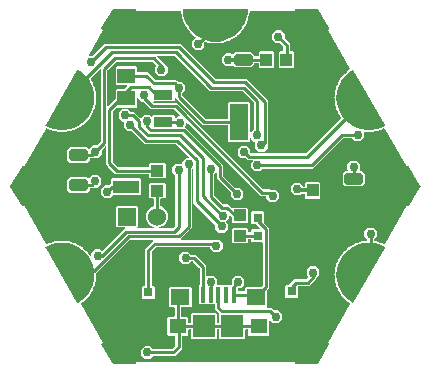
<source format=gbr>
G04 EAGLE Gerber RS-274X export*
G75*
%MOMM*%
%FSLAX34Y34*%
%LPD*%
%INTop Copper*%
%IPPOS*%
%AMOC8*
5,1,8,0,0,1.08239X$1,22.5*%
G01*
%ADD10R,0.800000X0.800000*%
%ADD11R,1.000000X1.100000*%
%ADD12R,1.100000X1.000000*%
%ADD13C,0.499997*%
%ADD14C,1.000000*%
%ADD15R,1.500000X1.300000*%
%ADD16R,2.200000X1.100000*%
%ADD17R,1.530000X1.530000*%
%ADD18C,1.530000*%
%ADD19R,1.600200X0.838200*%
%ADD20R,1.600200X3.098800*%
%ADD21R,0.400000X1.350000*%
%ADD22R,1.600000X1.400000*%
%ADD23R,1.450000X1.300000*%
%ADD24R,1.900000X1.900000*%
%ADD25C,0.756400*%
%ADD26C,0.254000*%
%ADD27C,0.304800*%

G36*
X278630Y195708D02*
X278630Y195708D01*
X278658Y195706D01*
X278726Y195728D01*
X278797Y195742D01*
X278820Y195758D01*
X278847Y195767D01*
X278902Y195814D01*
X278961Y195855D01*
X278976Y195879D01*
X278998Y195897D01*
X279029Y195962D01*
X279068Y196022D01*
X279073Y196050D01*
X279085Y196076D01*
X279094Y196177D01*
X279101Y196219D01*
X279099Y196229D01*
X279100Y196242D01*
X278982Y197719D01*
X413422Y197719D01*
X413304Y196242D01*
X413308Y196213D01*
X413303Y196185D01*
X413320Y196116D01*
X413328Y196044D01*
X413343Y196020D01*
X413349Y195992D01*
X413392Y195934D01*
X413428Y195872D01*
X413450Y195855D01*
X413467Y195832D01*
X413529Y195795D01*
X413586Y195752D01*
X413614Y195745D01*
X413638Y195730D01*
X413738Y195714D01*
X413779Y195703D01*
X413789Y195705D01*
X413802Y195703D01*
X432802Y195703D01*
X432878Y195718D01*
X432956Y195727D01*
X432975Y195738D01*
X432997Y195742D01*
X433061Y195786D01*
X433129Y195825D01*
X433145Y195844D01*
X433161Y195855D01*
X433185Y195893D01*
X433235Y195953D01*
X442735Y212453D01*
X442744Y212480D01*
X442760Y212504D01*
X442775Y212574D01*
X442798Y212642D01*
X442795Y212670D01*
X442801Y212698D01*
X442788Y212769D01*
X442782Y212840D01*
X442769Y212865D01*
X442763Y212893D01*
X442723Y212953D01*
X442690Y213016D01*
X442668Y213034D01*
X442652Y213058D01*
X442569Y213116D01*
X442537Y213143D01*
X442526Y213146D01*
X442516Y213153D01*
X441197Y213777D01*
X460088Y246497D01*
X460115Y246579D01*
X460147Y246660D01*
X460147Y246674D01*
X460152Y246687D01*
X460145Y246774D01*
X460144Y246860D01*
X460138Y246873D01*
X460137Y246887D01*
X460098Y246964D01*
X460062Y247044D01*
X460052Y247054D01*
X460046Y247066D01*
X460003Y247101D01*
X459934Y247170D01*
X458814Y247933D01*
X458749Y247960D01*
X458687Y247995D01*
X458655Y248000D01*
X458629Y248011D01*
X458577Y248011D01*
X458509Y248021D01*
X458503Y248020D01*
X458028Y248462D01*
X457998Y248480D01*
X457968Y248509D01*
X457432Y248874D01*
X457431Y248880D01*
X457404Y248945D01*
X457386Y249013D01*
X457366Y249039D01*
X457356Y249065D01*
X457319Y249102D01*
X457278Y249157D01*
X455539Y250770D01*
X455479Y250806D01*
X455423Y250850D01*
X455392Y250860D01*
X455368Y250874D01*
X455317Y250882D01*
X455250Y250902D01*
X455245Y250902D01*
X454840Y251410D01*
X454814Y251432D01*
X454789Y251465D01*
X454313Y251906D01*
X454313Y251912D01*
X454296Y251980D01*
X454288Y252051D01*
X454272Y252079D01*
X454266Y252107D01*
X454235Y252148D01*
X454202Y252209D01*
X452723Y254063D01*
X452669Y254108D01*
X452621Y254159D01*
X452591Y254173D01*
X452570Y254191D01*
X452520Y254207D01*
X452458Y254236D01*
X452452Y254238D01*
X452128Y254800D01*
X452105Y254826D01*
X452085Y254862D01*
X451680Y255369D01*
X451681Y255375D01*
X451675Y255445D01*
X451677Y255516D01*
X451666Y255547D01*
X451664Y255575D01*
X451640Y255620D01*
X451616Y255685D01*
X450430Y257739D01*
X450383Y257792D01*
X450343Y257850D01*
X450316Y257868D01*
X450297Y257889D01*
X450251Y257911D01*
X450193Y257950D01*
X450188Y257952D01*
X449951Y258556D01*
X449932Y258585D01*
X449918Y258624D01*
X449593Y259186D01*
X449595Y259191D01*
X449599Y259262D01*
X449612Y259331D01*
X449606Y259363D01*
X449607Y259391D01*
X449590Y259440D01*
X449577Y259508D01*
X448710Y261715D01*
X448672Y261774D01*
X448641Y261838D01*
X448616Y261860D01*
X448601Y261884D01*
X448559Y261913D01*
X448507Y261959D01*
X448503Y261962D01*
X448358Y262595D01*
X448344Y262626D01*
X448336Y262667D01*
X448099Y263271D01*
X448101Y263276D01*
X448116Y263345D01*
X448139Y263412D01*
X448137Y263445D01*
X448143Y263472D01*
X448133Y263523D01*
X448130Y263592D01*
X447602Y265904D01*
X447573Y265968D01*
X447552Y266035D01*
X447531Y266061D01*
X447519Y266086D01*
X447482Y266121D01*
X447438Y266175D01*
X447434Y266179D01*
X447385Y266826D01*
X447376Y266859D01*
X447374Y266901D01*
X447229Y267533D01*
X447232Y267538D01*
X447257Y267604D01*
X447290Y267667D01*
X447293Y267699D01*
X447303Y267726D01*
X447301Y267777D01*
X447308Y267846D01*
X447131Y270211D01*
X447111Y270278D01*
X447101Y270348D01*
X447084Y270377D01*
X447076Y270404D01*
X447044Y270444D01*
X447009Y270504D01*
X447005Y270508D01*
X447054Y271155D01*
X447049Y271189D01*
X447054Y271231D01*
X447005Y271878D01*
X447009Y271882D01*
X447043Y271943D01*
X447085Y272000D01*
X447093Y272032D01*
X447107Y272057D01*
X447113Y272108D01*
X447130Y272175D01*
X447306Y274540D01*
X447298Y274610D01*
X447297Y274680D01*
X447285Y274711D01*
X447281Y274739D01*
X447256Y274783D01*
X447230Y274847D01*
X447227Y274852D01*
X447371Y275485D01*
X447372Y275519D01*
X447382Y275560D01*
X447431Y276207D01*
X447435Y276210D01*
X447478Y276266D01*
X447528Y276316D01*
X447541Y276346D01*
X447558Y276369D01*
X447571Y276419D01*
X447598Y276482D01*
X448125Y278794D01*
X448127Y278864D01*
X448132Y278889D01*
X448131Y278891D01*
X448137Y278935D01*
X448130Y278966D01*
X448130Y278994D01*
X448112Y279043D01*
X448096Y279110D01*
X448093Y279115D01*
X448330Y279719D01*
X448336Y279753D01*
X448353Y279791D01*
X448497Y280424D01*
X448502Y280427D01*
X448553Y280476D01*
X448609Y280518D01*
X448626Y280546D01*
X448647Y280565D01*
X448667Y280612D01*
X448704Y280671D01*
X449569Y282879D01*
X449582Y282949D01*
X449602Y283016D01*
X449599Y283049D01*
X449604Y283076D01*
X449593Y283127D01*
X449587Y283196D01*
X449586Y283201D01*
X449910Y283763D01*
X449921Y283796D01*
X449943Y283831D01*
X450180Y284435D01*
X450185Y284438D01*
X450243Y284478D01*
X450305Y284511D01*
X450326Y284536D01*
X450349Y284553D01*
X450376Y284596D01*
X450421Y284649D01*
X451606Y286703D01*
X451629Y286770D01*
X451659Y286834D01*
X451661Y286866D01*
X451670Y286893D01*
X451666Y286944D01*
X451671Y287014D01*
X451670Y287019D01*
X452075Y287526D01*
X452091Y287557D01*
X452117Y287589D01*
X452442Y288151D01*
X452447Y288153D01*
X452510Y288184D01*
X452577Y288208D01*
X452601Y288229D01*
X452626Y288242D01*
X452660Y288281D01*
X452712Y288326D01*
X454190Y290181D01*
X454222Y290244D01*
X454262Y290302D01*
X454269Y290334D01*
X454282Y290359D01*
X454286Y290411D01*
X454300Y290478D01*
X454300Y290484D01*
X454776Y290925D01*
X454796Y290953D01*
X454828Y290981D01*
X455232Y291488D01*
X455237Y291489D01*
X455305Y291510D01*
X455374Y291524D01*
X455402Y291542D01*
X455428Y291550D01*
X455467Y291584D01*
X455526Y291621D01*
X457263Y293235D01*
X457305Y293292D01*
X457352Y293344D01*
X457364Y293375D01*
X457380Y293397D01*
X457392Y293448D01*
X457417Y293512D01*
X457418Y293518D01*
X457954Y293883D01*
X457978Y293908D01*
X458013Y293931D01*
X458489Y294372D01*
X458494Y294372D01*
X458564Y294383D01*
X458634Y294386D01*
X458664Y294400D01*
X458692Y294404D01*
X458736Y294432D01*
X458799Y294460D01*
X460758Y295796D01*
X460807Y295847D01*
X460862Y295891D01*
X460878Y295920D01*
X460898Y295940D01*
X460917Y295988D01*
X460951Y296048D01*
X460952Y296053D01*
X461537Y296335D01*
X461565Y296356D01*
X461603Y296373D01*
X462139Y296739D01*
X462144Y296738D01*
X462215Y296738D01*
X462285Y296731D01*
X462316Y296740D01*
X462344Y296740D01*
X462392Y296761D01*
X462458Y296779D01*
X464595Y297809D01*
X464651Y297851D01*
X464712Y297887D01*
X464732Y297913D01*
X464754Y297930D01*
X464780Y297974D01*
X464823Y298029D01*
X464825Y298034D01*
X465446Y298225D01*
X465476Y298242D01*
X465516Y298253D01*
X466101Y298534D01*
X466106Y298533D01*
X466176Y298523D01*
X466244Y298505D01*
X466277Y298509D01*
X466304Y298505D01*
X466354Y298518D01*
X466423Y298527D01*
X468689Y299226D01*
X468751Y299260D01*
X468816Y299286D01*
X468840Y299309D01*
X468865Y299322D01*
X468897Y299363D01*
X468947Y299410D01*
X468950Y299415D01*
X469592Y299511D01*
X469625Y299523D01*
X469666Y299528D01*
X470286Y299720D01*
X470291Y299717D01*
X470313Y299711D01*
X470317Y299708D01*
X470330Y299706D01*
X470359Y299697D01*
X470423Y299669D01*
X470456Y299668D01*
X470483Y299660D01*
X470534Y299666D01*
X470604Y299664D01*
X472948Y300018D01*
X473015Y300043D01*
X473083Y300059D01*
X473110Y300077D01*
X473137Y300087D01*
X473175Y300122D01*
X473231Y300161D01*
X473235Y300165D01*
X473884Y300165D01*
X473918Y300172D01*
X473960Y300171D01*
X474294Y300222D01*
X474358Y300245D01*
X474424Y300260D01*
X474451Y300279D01*
X474482Y300290D01*
X474532Y300336D01*
X474587Y300376D01*
X474605Y300404D01*
X474629Y300426D01*
X474657Y300488D01*
X474693Y300546D01*
X474700Y300581D01*
X474712Y300609D01*
X474714Y300659D01*
X474725Y300723D01*
X474725Y301023D01*
X474724Y301031D01*
X474725Y301038D01*
X474704Y301128D01*
X474686Y301219D01*
X474681Y301226D01*
X474679Y301233D01*
X474577Y301381D01*
X472213Y303745D01*
X472213Y308141D01*
X475322Y311250D01*
X479718Y311250D01*
X482827Y308141D01*
X482827Y303745D01*
X480463Y301381D01*
X480459Y301375D01*
X480453Y301370D01*
X480404Y301292D01*
X480352Y301214D01*
X480351Y301207D01*
X480347Y301200D01*
X480315Y301023D01*
X480315Y300295D01*
X480328Y300228D01*
X480333Y300160D01*
X480348Y300131D01*
X480354Y300099D01*
X480393Y300042D01*
X480423Y299981D01*
X480448Y299960D01*
X480467Y299933D01*
X480524Y299896D01*
X480576Y299851D01*
X480610Y299840D01*
X480635Y299823D01*
X480684Y299815D01*
X480747Y299793D01*
X481582Y299668D01*
X481653Y299671D01*
X481723Y299666D01*
X481754Y299676D01*
X481782Y299678D01*
X481829Y299700D01*
X481874Y299714D01*
X481880Y299716D01*
X481883Y299717D01*
X481895Y299721D01*
X481900Y299724D01*
X482520Y299532D01*
X482554Y299529D01*
X482594Y299516D01*
X483235Y299419D01*
X483239Y299415D01*
X483291Y299367D01*
X483337Y299314D01*
X483366Y299299D01*
X483387Y299280D01*
X483436Y299263D01*
X483497Y299231D01*
X485764Y298533D01*
X485834Y298526D01*
X485903Y298511D01*
X485935Y298516D01*
X485963Y298513D01*
X486012Y298528D01*
X486081Y298539D01*
X486086Y298541D01*
X486671Y298259D01*
X486704Y298251D01*
X486741Y298232D01*
X487361Y298041D01*
X487364Y298036D01*
X487409Y297981D01*
X487446Y297922D01*
X487473Y297902D01*
X487491Y297881D01*
X487536Y297857D01*
X487592Y297816D01*
X488830Y297220D01*
X488914Y297199D01*
X488997Y297173D01*
X489011Y297174D01*
X489024Y297171D01*
X489110Y297184D01*
X489196Y297192D01*
X489209Y297198D01*
X489223Y297200D01*
X489297Y297245D01*
X489373Y297286D01*
X489383Y297298D01*
X489394Y297305D01*
X489427Y297349D01*
X489489Y297424D01*
X508381Y330145D01*
X509618Y329291D01*
X509645Y329280D01*
X509667Y329261D01*
X509736Y329241D01*
X509801Y329213D01*
X509830Y329213D01*
X509858Y329205D01*
X509929Y329213D01*
X510000Y329213D01*
X510027Y329224D01*
X510056Y329227D01*
X510118Y329262D01*
X510183Y329290D01*
X510204Y329310D01*
X510229Y329325D01*
X510292Y329402D01*
X510322Y329432D01*
X510326Y329442D01*
X510335Y329453D01*
X519835Y345953D01*
X519845Y345985D01*
X519854Y345998D01*
X519858Y346022D01*
X519859Y346026D01*
X519890Y346096D01*
X519890Y346120D01*
X519898Y346142D01*
X519892Y346218D01*
X519893Y346295D01*
X519883Y346319D01*
X519882Y346340D01*
X519861Y346379D01*
X519835Y346451D01*
X510335Y362951D01*
X510316Y362973D01*
X510303Y362999D01*
X510250Y363047D01*
X510203Y363100D01*
X510177Y363113D01*
X510156Y363132D01*
X510088Y363155D01*
X510024Y363186D01*
X509995Y363188D01*
X509968Y363197D01*
X509896Y363192D01*
X509825Y363195D01*
X509798Y363185D01*
X509769Y363183D01*
X509679Y363141D01*
X509639Y363126D01*
X509631Y363119D01*
X509618Y363113D01*
X508381Y362259D01*
X489489Y394980D01*
X489432Y395045D01*
X489378Y395113D01*
X489366Y395120D01*
X489357Y395131D01*
X489279Y395168D01*
X489203Y395210D01*
X489189Y395212D01*
X489176Y395218D01*
X489090Y395222D01*
X489004Y395232D01*
X488989Y395228D01*
X488976Y395228D01*
X488924Y395210D01*
X488830Y395184D01*
X487592Y394588D01*
X487536Y394545D01*
X487475Y394510D01*
X487455Y394484D01*
X487432Y394467D01*
X487406Y394422D01*
X487364Y394368D01*
X487361Y394363D01*
X486741Y394172D01*
X486711Y394156D01*
X486671Y394145D01*
X486086Y393863D01*
X486081Y393865D01*
X486011Y393875D01*
X485942Y393893D01*
X485910Y393889D01*
X485882Y393893D01*
X485832Y393879D01*
X485764Y393871D01*
X483497Y393173D01*
X483435Y393139D01*
X483370Y393113D01*
X483346Y393090D01*
X483321Y393077D01*
X483289Y393037D01*
X483239Y392989D01*
X483235Y392985D01*
X482594Y392888D01*
X482561Y392877D01*
X482520Y392872D01*
X481900Y392680D01*
X481895Y392683D01*
X481827Y392703D01*
X481762Y392731D01*
X481730Y392732D01*
X481703Y392740D01*
X481651Y392734D01*
X481582Y392736D01*
X479237Y392384D01*
X479171Y392360D01*
X479102Y392343D01*
X479075Y392325D01*
X479049Y392315D01*
X479011Y392280D01*
X478954Y392241D01*
X478950Y392237D01*
X478301Y392237D01*
X478267Y392230D01*
X478226Y392231D01*
X477584Y392135D01*
X477580Y392138D01*
X477516Y392168D01*
X477456Y392205D01*
X477423Y392211D01*
X477398Y392223D01*
X477346Y392225D01*
X477278Y392237D01*
X474907Y392238D01*
X474838Y392224D01*
X474767Y392219D01*
X474738Y392204D01*
X474711Y392199D01*
X474668Y392170D01*
X474606Y392139D01*
X474601Y392136D01*
X473960Y392233D01*
X473925Y392231D01*
X473884Y392239D01*
X473235Y392239D01*
X473231Y392243D01*
X473173Y392282D01*
X473119Y392327D01*
X473088Y392338D01*
X473064Y392354D01*
X473014Y392363D01*
X472948Y392386D01*
X472488Y392455D01*
X472444Y392453D01*
X472402Y392461D01*
X472345Y392448D01*
X472288Y392445D01*
X472248Y392427D01*
X472206Y392417D01*
X472159Y392384D01*
X472107Y392359D01*
X472078Y392326D01*
X472043Y392301D01*
X472012Y392252D01*
X471974Y392209D01*
X471960Y392168D01*
X471937Y392131D01*
X471925Y392066D01*
X471909Y392019D01*
X471911Y391989D01*
X471905Y391954D01*
X471905Y387565D01*
X468796Y384456D01*
X464400Y384456D01*
X462036Y386820D01*
X462030Y386824D01*
X462025Y386830D01*
X461947Y386879D01*
X461869Y386931D01*
X461862Y386932D01*
X461855Y386936D01*
X461678Y386968D01*
X454644Y386968D01*
X454636Y386967D01*
X454628Y386968D01*
X454538Y386947D01*
X454447Y386929D01*
X454441Y386924D01*
X454433Y386922D01*
X454285Y386820D01*
X428780Y361314D01*
X386682Y361314D01*
X386674Y361313D01*
X386667Y361314D01*
X386577Y361293D01*
X386486Y361275D01*
X386479Y361270D01*
X386472Y361268D01*
X386324Y361166D01*
X383960Y358802D01*
X379564Y358802D01*
X376455Y361911D01*
X376455Y366307D01*
X377963Y367814D01*
X377964Y367817D01*
X377966Y367818D01*
X378019Y367899D01*
X378073Y367981D01*
X378074Y367984D01*
X378075Y367986D01*
X378093Y368082D01*
X378111Y368178D01*
X378111Y368181D01*
X378111Y368183D01*
X378090Y368280D01*
X378069Y368374D01*
X378068Y368376D01*
X378067Y368379D01*
X378011Y368459D01*
X377955Y368539D01*
X377953Y368540D01*
X377951Y368542D01*
X377867Y368595D01*
X377786Y368646D01*
X377783Y368647D01*
X377781Y368648D01*
X377604Y368680D01*
X373111Y368680D01*
X371962Y369830D01*
X371955Y369834D01*
X371951Y369840D01*
X371872Y369889D01*
X371795Y369941D01*
X371787Y369942D01*
X371781Y369946D01*
X371603Y369978D01*
X368261Y369978D01*
X365152Y373087D01*
X365152Y377483D01*
X368261Y380592D01*
X372657Y380592D01*
X375766Y377483D01*
X375766Y374777D01*
X375767Y374772D01*
X375766Y374767D01*
X375787Y374674D01*
X375805Y374580D01*
X375808Y374576D01*
X375809Y374571D01*
X375865Y374493D01*
X375918Y374415D01*
X375922Y374412D01*
X375925Y374408D01*
X376007Y374357D01*
X376086Y374305D01*
X376091Y374305D01*
X376096Y374302D01*
X376273Y374270D01*
X422507Y374270D01*
X422515Y374271D01*
X422523Y374270D01*
X422613Y374291D01*
X422704Y374309D01*
X422710Y374314D01*
X422718Y374316D01*
X422866Y374418D01*
X452261Y403814D01*
X452262Y403814D01*
X452274Y403833D01*
X452283Y403847D01*
X452313Y403874D01*
X452338Y403929D01*
X452372Y403980D01*
X452380Y404020D01*
X452396Y404056D01*
X452398Y404117D01*
X452410Y404177D01*
X452401Y404216D01*
X452403Y404256D01*
X452379Y404322D01*
X452368Y404373D01*
X452353Y404396D01*
X452342Y404426D01*
X452117Y404815D01*
X452094Y404841D01*
X452075Y404878D01*
X451670Y405385D01*
X451671Y405390D01*
X451665Y405461D01*
X451667Y405531D01*
X451656Y405562D01*
X451654Y405590D01*
X451630Y405636D01*
X451606Y405701D01*
X450421Y407755D01*
X450374Y407808D01*
X450334Y407866D01*
X450307Y407884D01*
X450289Y407905D01*
X450242Y407928D01*
X450185Y407966D01*
X450180Y407969D01*
X449943Y408573D01*
X449924Y408602D01*
X449910Y408641D01*
X449586Y409203D01*
X449587Y409208D01*
X449592Y409279D01*
X449604Y409348D01*
X449598Y409380D01*
X449600Y409408D01*
X449583Y409457D01*
X449569Y409525D01*
X448704Y411733D01*
X448666Y411792D01*
X448635Y411855D01*
X448610Y411878D01*
X448595Y411901D01*
X448553Y411930D01*
X448502Y411977D01*
X448497Y411980D01*
X448353Y412613D01*
X448338Y412644D01*
X448330Y412685D01*
X448093Y413289D01*
X448096Y413294D01*
X448111Y413363D01*
X448134Y413430D01*
X448132Y413463D01*
X448138Y413490D01*
X448129Y413541D01*
X448125Y413610D01*
X447598Y415922D01*
X447570Y415986D01*
X447548Y416054D01*
X447528Y416079D01*
X447516Y416105D01*
X447478Y416140D01*
X447435Y416194D01*
X447431Y416197D01*
X447382Y416844D01*
X447373Y416878D01*
X447371Y416919D01*
X447227Y417552D01*
X447230Y417557D01*
X447255Y417623D01*
X447288Y417685D01*
X447291Y417718D01*
X447301Y417744D01*
X447299Y417796D01*
X447306Y417864D01*
X447130Y420229D01*
X447111Y420297D01*
X447100Y420367D01*
X447083Y420395D01*
X447076Y420422D01*
X447044Y420462D01*
X447009Y420522D01*
X447005Y420526D01*
X447054Y421173D01*
X447049Y421208D01*
X447054Y421249D01*
X447005Y421896D01*
X447009Y421900D01*
X447044Y421962D01*
X447085Y422019D01*
X447094Y422051D01*
X447107Y422075D01*
X447113Y422127D01*
X447131Y422193D01*
X447308Y424558D01*
X447300Y424628D01*
X447299Y424699D01*
X447287Y424729D01*
X447284Y424757D01*
X447258Y424802D01*
X447232Y424866D01*
X447229Y424871D01*
X447374Y425503D01*
X447375Y425538D01*
X447385Y425578D01*
X447434Y426225D01*
X447438Y426229D01*
X447482Y426285D01*
X447531Y426335D01*
X447544Y426365D01*
X447561Y426387D01*
X447575Y426437D01*
X447602Y426500D01*
X448130Y428812D01*
X448132Y428883D01*
X448142Y428953D01*
X448135Y428984D01*
X448135Y429012D01*
X448117Y429061D01*
X448101Y429128D01*
X448099Y429133D01*
X448336Y429737D01*
X448342Y429771D01*
X448358Y429809D01*
X448503Y430442D01*
X448507Y430445D01*
X448559Y430493D01*
X448615Y430536D01*
X448632Y430563D01*
X448653Y430583D01*
X448674Y430630D01*
X448710Y430689D01*
X449577Y432896D01*
X449589Y432966D01*
X449610Y433033D01*
X449607Y433066D01*
X449612Y433093D01*
X449601Y433144D01*
X449595Y433213D01*
X449593Y433218D01*
X449918Y433780D01*
X449929Y433813D01*
X449951Y433848D01*
X450188Y434452D01*
X450193Y434454D01*
X450251Y434495D01*
X450313Y434528D01*
X450335Y434553D01*
X450358Y434569D01*
X450385Y434613D01*
X450430Y434665D01*
X451616Y436719D01*
X451639Y436786D01*
X451669Y436849D01*
X451671Y436882D01*
X451680Y436909D01*
X451676Y436960D01*
X451681Y437029D01*
X451680Y437035D01*
X452085Y437542D01*
X452101Y437573D01*
X452128Y437604D01*
X452452Y438166D01*
X452458Y438168D01*
X452502Y438190D01*
X452527Y438195D01*
X452547Y438208D01*
X452588Y438223D01*
X452612Y438244D01*
X452637Y438257D01*
X452665Y438288D01*
X452693Y438307D01*
X452704Y438324D01*
X452723Y438341D01*
X454202Y440195D01*
X454234Y440258D01*
X454274Y440316D01*
X454281Y440348D01*
X454294Y440373D01*
X454298Y440425D01*
X454313Y440492D01*
X454313Y440498D01*
X454789Y440939D01*
X454809Y440967D01*
X454840Y440994D01*
X455245Y441502D01*
X455250Y441502D01*
X455318Y441524D01*
X455387Y441537D01*
X455415Y441555D01*
X455441Y441564D01*
X455481Y441597D01*
X455539Y441634D01*
X457278Y443247D01*
X457319Y443304D01*
X457367Y443356D01*
X457378Y443387D01*
X457395Y443409D01*
X457406Y443460D01*
X457431Y443524D01*
X457432Y443530D01*
X457968Y443895D01*
X457993Y443920D01*
X458028Y443942D01*
X458503Y444384D01*
X458509Y444383D01*
X458579Y444395D01*
X458649Y444398D01*
X458679Y444411D01*
X458707Y444415D01*
X458751Y444443D01*
X458814Y444471D01*
X459934Y445234D01*
X459994Y445296D01*
X460058Y445355D01*
X460064Y445368D01*
X460074Y445378D01*
X460106Y445458D01*
X460142Y445537D01*
X460143Y445551D01*
X460148Y445564D01*
X460146Y445651D01*
X460149Y445737D01*
X460144Y445751D01*
X460143Y445764D01*
X460121Y445815D01*
X460088Y445907D01*
X441197Y478627D01*
X442516Y479251D01*
X442538Y479268D01*
X442565Y479278D01*
X442617Y479327D01*
X442675Y479370D01*
X442689Y479395D01*
X442710Y479414D01*
X442739Y479480D01*
X442775Y479542D01*
X442778Y479570D01*
X442790Y479596D01*
X442791Y479668D01*
X442800Y479739D01*
X442792Y479766D01*
X442793Y479795D01*
X442757Y479890D01*
X442746Y479930D01*
X442739Y479939D01*
X442735Y479951D01*
X433235Y496451D01*
X433183Y496510D01*
X433137Y496572D01*
X433118Y496583D01*
X433103Y496600D01*
X433033Y496634D01*
X432966Y496674D01*
X432942Y496678D01*
X432924Y496686D01*
X432879Y496688D01*
X432802Y496701D01*
X413802Y496701D01*
X413774Y496696D01*
X413746Y496698D01*
X413678Y496676D01*
X413607Y496662D01*
X413584Y496646D01*
X413557Y496637D01*
X413502Y496590D01*
X413443Y496549D01*
X413428Y496525D01*
X413407Y496507D01*
X413375Y496442D01*
X413336Y496382D01*
X413331Y496354D01*
X413319Y496328D01*
X413310Y496227D01*
X413303Y496185D01*
X413305Y496175D01*
X413304Y496162D01*
X413422Y494685D01*
X375589Y494685D01*
X375504Y494668D01*
X375419Y494656D01*
X375407Y494648D01*
X375393Y494646D01*
X375321Y494597D01*
X375247Y494552D01*
X375239Y494541D01*
X375227Y494533D01*
X375180Y494461D01*
X375129Y494390D01*
X375125Y494376D01*
X375118Y494365D01*
X375108Y494310D01*
X375084Y494216D01*
X374982Y492857D01*
X374991Y492787D01*
X374991Y492717D01*
X375003Y492686D01*
X375007Y492658D01*
X375032Y492614D01*
X375058Y492550D01*
X375061Y492545D01*
X374917Y491912D01*
X374916Y491878D01*
X374905Y491837D01*
X374857Y491190D01*
X374853Y491187D01*
X374809Y491131D01*
X374760Y491081D01*
X374747Y491051D01*
X374730Y491029D01*
X374716Y490979D01*
X374689Y490915D01*
X374162Y488605D01*
X374160Y488535D01*
X374150Y488465D01*
X374157Y488433D01*
X374157Y488405D01*
X374175Y488357D01*
X374191Y488290D01*
X374194Y488285D01*
X373957Y487681D01*
X373950Y487646D01*
X373934Y487608D01*
X373790Y486975D01*
X373785Y486973D01*
X373734Y486924D01*
X373677Y486882D01*
X373660Y486854D01*
X373640Y486834D01*
X373619Y486787D01*
X373583Y486728D01*
X372717Y484523D01*
X372705Y484453D01*
X372685Y484386D01*
X372687Y484353D01*
X372682Y484326D01*
X372694Y484275D01*
X372700Y484206D01*
X372701Y484201D01*
X372377Y483639D01*
X372365Y483606D01*
X372344Y483571D01*
X372107Y482967D01*
X372101Y482965D01*
X372044Y482924D01*
X371981Y482891D01*
X371960Y482866D01*
X371937Y482850D01*
X371910Y482806D01*
X371865Y482753D01*
X370680Y480702D01*
X370658Y480635D01*
X370628Y480571D01*
X370625Y480538D01*
X370617Y480512D01*
X370620Y480460D01*
X370616Y480391D01*
X370616Y480386D01*
X370212Y479878D01*
X370196Y479847D01*
X370169Y479816D01*
X369845Y479254D01*
X369839Y479252D01*
X369776Y479221D01*
X369710Y479197D01*
X369685Y479176D01*
X369660Y479163D01*
X369626Y479124D01*
X369590Y479092D01*
X369587Y479090D01*
X369586Y479089D01*
X369574Y479079D01*
X368097Y477226D01*
X368065Y477164D01*
X368025Y477105D01*
X368018Y477073D01*
X368005Y477048D01*
X368001Y476997D01*
X367987Y476929D01*
X367986Y476924D01*
X367511Y476482D01*
X367490Y476454D01*
X367459Y476427D01*
X367055Y475919D01*
X367049Y475919D01*
X366982Y475897D01*
X366913Y475884D01*
X366885Y475866D01*
X366858Y475857D01*
X366819Y475824D01*
X366761Y475786D01*
X365024Y474175D01*
X364983Y474118D01*
X364935Y474066D01*
X364923Y474035D01*
X364907Y474012D01*
X364895Y473962D01*
X364871Y473897D01*
X364870Y473892D01*
X364334Y473527D01*
X364309Y473502D01*
X364274Y473479D01*
X363799Y473038D01*
X363793Y473038D01*
X363724Y473027D01*
X363653Y473024D01*
X363623Y473010D01*
X363595Y473006D01*
X363552Y472979D01*
X363488Y472950D01*
X361531Y471616D01*
X361482Y471565D01*
X361427Y471521D01*
X361410Y471492D01*
X361391Y471472D01*
X361372Y471424D01*
X361338Y471364D01*
X361336Y471359D01*
X360751Y471077D01*
X360724Y471056D01*
X360686Y471039D01*
X360150Y470674D01*
X360144Y470675D01*
X360074Y470674D01*
X360003Y470682D01*
X359972Y470673D01*
X359944Y470673D01*
X359897Y470652D01*
X359830Y470634D01*
X357695Y469606D01*
X357639Y469563D01*
X357578Y469527D01*
X357558Y469502D01*
X357536Y469485D01*
X357510Y469440D01*
X357467Y469386D01*
X357464Y469381D01*
X356844Y469190D01*
X356814Y469173D01*
X356774Y469162D01*
X356189Y468880D01*
X356184Y468882D01*
X356114Y468892D01*
X356046Y468910D01*
X356013Y468906D01*
X355985Y468910D01*
X355935Y468896D01*
X355867Y468888D01*
X353603Y468190D01*
X353541Y468156D01*
X353475Y468130D01*
X353452Y468107D01*
X353427Y468094D01*
X353395Y468054D01*
X353344Y468006D01*
X353341Y468002D01*
X352700Y467905D01*
X352667Y467893D01*
X352626Y467888D01*
X352005Y467697D01*
X352001Y467700D01*
X351933Y467720D01*
X351868Y467747D01*
X351835Y467748D01*
X351808Y467756D01*
X351757Y467751D01*
X351688Y467753D01*
X349345Y467400D01*
X349279Y467375D01*
X349210Y467359D01*
X349183Y467341D01*
X349157Y467331D01*
X349119Y467296D01*
X349062Y467257D01*
X349058Y467253D01*
X348409Y467253D01*
X348375Y467246D01*
X348334Y467247D01*
X347692Y467150D01*
X347688Y467154D01*
X347624Y467183D01*
X347564Y467221D01*
X347532Y467227D01*
X347506Y467238D01*
X347455Y467240D01*
X347387Y467253D01*
X345017Y467253D01*
X344948Y467239D01*
X344878Y467233D01*
X344848Y467219D01*
X344821Y467213D01*
X344778Y467184D01*
X344716Y467154D01*
X344712Y467150D01*
X344070Y467247D01*
X344035Y467245D01*
X343995Y467253D01*
X343346Y467253D01*
X343342Y467257D01*
X343283Y467296D01*
X343229Y467342D01*
X343198Y467352D01*
X343175Y467368D01*
X343124Y467377D01*
X343059Y467400D01*
X340716Y467753D01*
X340645Y467749D01*
X340575Y467754D01*
X340544Y467744D01*
X340516Y467743D01*
X340469Y467720D01*
X340403Y467700D01*
X340399Y467697D01*
X339778Y467888D01*
X339744Y467892D01*
X339704Y467905D01*
X339063Y468002D01*
X339060Y468006D01*
X339007Y468054D01*
X338961Y468107D01*
X338932Y468122D01*
X338911Y468141D01*
X338862Y468158D01*
X338801Y468190D01*
X337727Y468521D01*
X337644Y468529D01*
X337562Y468543D01*
X337545Y468539D01*
X337528Y468541D01*
X337448Y468517D01*
X337367Y468498D01*
X337352Y468487D01*
X337336Y468482D01*
X337293Y468446D01*
X337219Y468395D01*
X337052Y468228D01*
X337048Y468221D01*
X337042Y468217D01*
X336993Y468138D01*
X336941Y468061D01*
X336940Y468053D01*
X336936Y468047D01*
X336904Y467869D01*
X336904Y464527D01*
X333795Y461418D01*
X329399Y461418D01*
X326290Y464527D01*
X326290Y468923D01*
X329316Y471949D01*
X329346Y471993D01*
X329382Y472031D01*
X329400Y472076D01*
X329427Y472116D01*
X329437Y472168D01*
X329457Y472217D01*
X329456Y472265D01*
X329465Y472313D01*
X329454Y472365D01*
X329453Y472417D01*
X329433Y472462D01*
X329423Y472509D01*
X329393Y472552D01*
X329372Y472601D01*
X329334Y472638D01*
X329309Y472674D01*
X329276Y472694D01*
X329243Y472727D01*
X328916Y472950D01*
X328851Y472978D01*
X328789Y473013D01*
X328757Y473017D01*
X328731Y473028D01*
X328679Y473028D01*
X328611Y473038D01*
X328605Y473038D01*
X328130Y473479D01*
X328100Y473497D01*
X328070Y473527D01*
X327534Y473892D01*
X327533Y473897D01*
X327507Y473963D01*
X327488Y474031D01*
X327468Y474057D01*
X327458Y474083D01*
X327421Y474120D01*
X327380Y474175D01*
X325643Y475786D01*
X325583Y475823D01*
X325528Y475867D01*
X325496Y475876D01*
X325472Y475891D01*
X325421Y475899D01*
X325355Y475919D01*
X325349Y475919D01*
X324945Y476427D01*
X324918Y476449D01*
X324893Y476482D01*
X324418Y476924D01*
X324417Y476929D01*
X324401Y476998D01*
X324393Y477068D01*
X324377Y477097D01*
X324371Y477124D01*
X324340Y477165D01*
X324307Y477226D01*
X322830Y479079D01*
X322808Y479097D01*
X322803Y479105D01*
X322788Y479113D01*
X322776Y479124D01*
X322728Y479175D01*
X322698Y479189D01*
X322677Y479207D01*
X322627Y479223D01*
X322565Y479252D01*
X322559Y479254D01*
X322235Y479816D01*
X322212Y479842D01*
X322192Y479878D01*
X321788Y480386D01*
X321788Y480391D01*
X321782Y480462D01*
X321784Y480532D01*
X321773Y480563D01*
X321771Y480591D01*
X321747Y480637D01*
X321724Y480702D01*
X320539Y482753D01*
X320492Y482806D01*
X320452Y482864D01*
X320425Y482883D01*
X320406Y482904D01*
X320360Y482926D01*
X320303Y482965D01*
X320297Y482967D01*
X320060Y483571D01*
X320042Y483600D01*
X320027Y483639D01*
X319703Y484201D01*
X319704Y484206D01*
X319709Y484277D01*
X319722Y484346D01*
X319715Y484378D01*
X319717Y484406D01*
X319700Y484455D01*
X319687Y484523D01*
X318821Y486728D01*
X318783Y486788D01*
X318752Y486851D01*
X318728Y486873D01*
X318713Y486897D01*
X318670Y486926D01*
X318619Y486973D01*
X318614Y486975D01*
X318470Y487608D01*
X318456Y487640D01*
X318447Y487681D01*
X318210Y488285D01*
X318213Y488290D01*
X318227Y488359D01*
X318250Y488425D01*
X318249Y488458D01*
X318255Y488486D01*
X318245Y488536D01*
X318242Y488605D01*
X317715Y490915D01*
X317686Y490979D01*
X317665Y491047D01*
X317644Y491072D01*
X317633Y491098D01*
X317595Y491133D01*
X317551Y491187D01*
X317547Y491190D01*
X317499Y491837D01*
X317489Y491871D01*
X317487Y491912D01*
X317343Y492545D01*
X317346Y492550D01*
X317371Y492616D01*
X317404Y492678D01*
X317407Y492711D01*
X317417Y492737D01*
X317415Y492789D01*
X317422Y492857D01*
X317320Y494216D01*
X317297Y494299D01*
X317278Y494384D01*
X317270Y494395D01*
X317266Y494409D01*
X317213Y494476D01*
X317162Y494547D01*
X317150Y494555D01*
X317142Y494566D01*
X317066Y494607D01*
X316992Y494653D01*
X316977Y494656D01*
X316966Y494662D01*
X316910Y494668D01*
X316815Y494685D01*
X278982Y494685D01*
X279100Y496162D01*
X279096Y496191D01*
X279101Y496219D01*
X279084Y496288D01*
X279076Y496360D01*
X279062Y496384D01*
X279055Y496412D01*
X279012Y496470D01*
X278977Y496532D01*
X278954Y496549D01*
X278937Y496572D01*
X278875Y496609D01*
X278818Y496652D01*
X278790Y496659D01*
X278766Y496674D01*
X278666Y496690D01*
X278625Y496701D01*
X278615Y496699D01*
X278602Y496701D01*
X259602Y496701D01*
X259526Y496686D01*
X259448Y496677D01*
X259429Y496666D01*
X259407Y496662D01*
X259343Y496618D01*
X259275Y496579D01*
X259259Y496560D01*
X259243Y496549D01*
X259219Y496511D01*
X259169Y496451D01*
X249669Y479951D01*
X249660Y479924D01*
X249644Y479900D01*
X249629Y479830D01*
X249606Y479762D01*
X249609Y479734D01*
X249603Y479706D01*
X249617Y479636D01*
X249622Y479564D01*
X249635Y479539D01*
X249641Y479511D01*
X249681Y479451D01*
X249714Y479388D01*
X249736Y479370D01*
X249752Y479346D01*
X249835Y479288D01*
X249867Y479261D01*
X249878Y479258D01*
X249889Y479251D01*
X251207Y478627D01*
X238820Y457172D01*
X238808Y457138D01*
X238791Y457110D01*
X238788Y457105D01*
X238776Y457042D01*
X238756Y456982D01*
X238759Y456944D01*
X238752Y456908D01*
X238766Y456845D01*
X238770Y456782D01*
X238787Y456749D01*
X238796Y456712D01*
X238833Y456660D01*
X238861Y456603D01*
X238890Y456579D01*
X238912Y456549D01*
X238966Y456515D01*
X239014Y456474D01*
X239050Y456462D01*
X239082Y456443D01*
X239155Y456430D01*
X239206Y456414D01*
X239231Y456416D01*
X239259Y456411D01*
X241936Y456411D01*
X241944Y456412D01*
X241952Y456411D01*
X242042Y456432D01*
X242133Y456450D01*
X242139Y456455D01*
X242147Y456457D01*
X242295Y456559D01*
X250549Y464813D01*
X252334Y466599D01*
X316880Y466599D01*
X318665Y464813D01*
X345941Y437537D01*
X345948Y437533D01*
X345952Y437527D01*
X346031Y437478D01*
X346108Y437426D01*
X346116Y437425D01*
X346122Y437421D01*
X346300Y437389D01*
X372506Y437389D01*
X389014Y420880D01*
X390800Y419094D01*
X390800Y381895D01*
X390519Y381614D01*
X390515Y381607D01*
X390509Y381603D01*
X390459Y381523D01*
X390408Y381447D01*
X390407Y381439D01*
X390403Y381433D01*
X390371Y381255D01*
X390371Y378652D01*
X387262Y375544D01*
X382866Y375544D01*
X379757Y378652D01*
X379757Y383048D01*
X379839Y383131D01*
X379841Y383133D01*
X379843Y383134D01*
X379896Y383216D01*
X379950Y383298D01*
X379951Y383300D01*
X379952Y383302D01*
X379970Y383399D01*
X379988Y383495D01*
X379988Y383497D01*
X379988Y383500D01*
X379966Y383597D01*
X379946Y383691D01*
X379945Y383693D01*
X379944Y383695D01*
X379888Y383775D01*
X379832Y383855D01*
X379830Y383857D01*
X379828Y383859D01*
X379745Y383911D01*
X379663Y383963D01*
X379660Y383963D01*
X379658Y383965D01*
X379481Y383997D01*
X379231Y383997D01*
X376533Y386695D01*
X376530Y386697D01*
X376529Y386699D01*
X376448Y386751D01*
X376366Y386806D01*
X376363Y386807D01*
X376361Y386808D01*
X376265Y386825D01*
X376169Y386844D01*
X376166Y386843D01*
X376164Y386844D01*
X376067Y386822D01*
X375973Y386802D01*
X375971Y386801D01*
X375968Y386800D01*
X375888Y386744D01*
X375808Y386688D01*
X375807Y386686D01*
X375805Y386684D01*
X375753Y386601D01*
X375701Y386519D01*
X375700Y386516D01*
X375699Y386514D01*
X375667Y386337D01*
X375667Y384559D01*
X374774Y383666D01*
X357508Y383666D01*
X356615Y384559D01*
X356615Y397383D01*
X356614Y397388D01*
X356615Y397393D01*
X356594Y397486D01*
X356576Y397580D01*
X356573Y397584D01*
X356572Y397589D01*
X356516Y397667D01*
X356463Y397745D01*
X356459Y397748D01*
X356456Y397752D01*
X356374Y397803D01*
X356295Y397855D01*
X356290Y397855D01*
X356285Y397858D01*
X356108Y397890D01*
X335487Y397890D01*
X314431Y418946D01*
X312525Y420853D01*
X312522Y420854D01*
X312521Y420856D01*
X312440Y420909D01*
X312358Y420964D01*
X312355Y420964D01*
X312353Y420965D01*
X312257Y420983D01*
X312161Y421001D01*
X312158Y421001D01*
X312156Y421001D01*
X312059Y420980D01*
X311965Y420960D01*
X311963Y420958D01*
X311960Y420958D01*
X311880Y420901D01*
X311800Y420845D01*
X311799Y420843D01*
X311797Y420842D01*
X311745Y420759D01*
X311693Y420676D01*
X311692Y420673D01*
X311691Y420671D01*
X311659Y420494D01*
X311659Y418976D01*
X310766Y418083D01*
X294103Y418083D01*
X294100Y418083D01*
X294097Y418083D01*
X294003Y418063D01*
X293906Y418044D01*
X293904Y418042D01*
X293901Y418042D01*
X293822Y417986D01*
X293740Y417931D01*
X293739Y417929D01*
X293737Y417927D01*
X293685Y417845D01*
X293631Y417763D01*
X293631Y417760D01*
X293629Y417758D01*
X293613Y417663D01*
X293596Y417566D01*
X293596Y417563D01*
X293596Y417560D01*
X293618Y417467D01*
X293639Y417370D01*
X293641Y417368D01*
X293641Y417365D01*
X293744Y417217D01*
X293871Y417090D01*
X293878Y417086D01*
X293882Y417080D01*
X293961Y417030D01*
X294038Y416979D01*
X294046Y416978D01*
X294052Y416974D01*
X294230Y416942D01*
X313610Y416942D01*
X386613Y343938D01*
X386620Y343934D01*
X386625Y343928D01*
X386703Y343879D01*
X386780Y343827D01*
X386788Y343826D01*
X386795Y343822D01*
X386972Y343790D01*
X392826Y343790D01*
X393086Y343529D01*
X393093Y343525D01*
X393097Y343519D01*
X393176Y343470D01*
X393253Y343418D01*
X393261Y343417D01*
X393267Y343413D01*
X393445Y343381D01*
X396787Y343381D01*
X399896Y340272D01*
X399896Y335876D01*
X396787Y332767D01*
X392391Y332767D01*
X389282Y335876D01*
X389282Y337693D01*
X389281Y337698D01*
X389282Y337703D01*
X389261Y337796D01*
X389243Y337890D01*
X389240Y337894D01*
X389239Y337899D01*
X389183Y337977D01*
X389130Y338055D01*
X389126Y338058D01*
X389123Y338062D01*
X389041Y338113D01*
X388962Y338165D01*
X388957Y338165D01*
X388952Y338168D01*
X388775Y338200D01*
X384447Y338200D01*
X322561Y400086D01*
X322559Y400087D01*
X322557Y400090D01*
X322477Y400142D01*
X322394Y400197D01*
X322392Y400197D01*
X322389Y400199D01*
X322293Y400216D01*
X322197Y400234D01*
X322195Y400234D01*
X322192Y400234D01*
X322096Y400213D01*
X322001Y400193D01*
X321999Y400191D01*
X321997Y400191D01*
X321917Y400134D01*
X321837Y400079D01*
X321835Y400076D01*
X321833Y400075D01*
X321782Y399992D01*
X321729Y399909D01*
X321729Y399907D01*
X321727Y399905D01*
X321695Y399727D01*
X321695Y397951D01*
X320760Y397015D01*
X320757Y397011D01*
X320752Y397008D01*
X320701Y396928D01*
X320649Y396848D01*
X320648Y396843D01*
X320645Y396839D01*
X320629Y396745D01*
X320611Y396651D01*
X320612Y396646D01*
X320611Y396641D01*
X320633Y396549D01*
X320653Y396455D01*
X320656Y396451D01*
X320657Y396446D01*
X320760Y396298D01*
X352807Y364251D01*
X352807Y355698D01*
X352808Y355690D01*
X352807Y355682D01*
X352828Y355592D01*
X352846Y355501D01*
X352851Y355495D01*
X352853Y355487D01*
X352955Y355339D01*
X363114Y345180D01*
X363121Y345176D01*
X363125Y345170D01*
X363204Y345121D01*
X363281Y345069D01*
X363289Y345068D01*
X363295Y345064D01*
X363473Y345032D01*
X366815Y345032D01*
X369924Y341923D01*
X369924Y337527D01*
X366815Y334418D01*
X362419Y334418D01*
X359310Y337527D01*
X359310Y340869D01*
X359309Y340877D01*
X359310Y340885D01*
X359289Y340975D01*
X359271Y341066D01*
X359266Y341072D01*
X359264Y341080D01*
X359162Y341228D01*
X347217Y353172D01*
X347217Y357284D01*
X347217Y357286D01*
X347217Y357289D01*
X347197Y357384D01*
X347178Y357480D01*
X347176Y357483D01*
X347176Y357485D01*
X347120Y357566D01*
X347065Y357646D01*
X347063Y357648D01*
X347061Y357650D01*
X346978Y357703D01*
X346897Y357755D01*
X346894Y357756D01*
X346892Y357757D01*
X346796Y357774D01*
X346700Y357791D01*
X346697Y357790D01*
X346695Y357791D01*
X346600Y357769D01*
X346504Y357747D01*
X346502Y357746D01*
X346499Y357745D01*
X346351Y357643D01*
X345335Y356626D01*
X345331Y356620D01*
X345325Y356615D01*
X345276Y356537D01*
X345224Y356459D01*
X345223Y356452D01*
X345219Y356445D01*
X345187Y356268D01*
X345187Y338807D01*
X345188Y338799D01*
X345187Y338791D01*
X345208Y338701D01*
X345226Y338610D01*
X345231Y338604D01*
X345233Y338596D01*
X345335Y338448D01*
X352737Y331046D01*
X352744Y331042D01*
X352748Y331035D01*
X352827Y330987D01*
X352904Y330935D01*
X352912Y330934D01*
X352918Y330930D01*
X353096Y330898D01*
X357158Y330898D01*
X360112Y327944D01*
X360117Y327941D01*
X360120Y327937D01*
X360200Y327886D01*
X360279Y327833D01*
X360284Y327832D01*
X360289Y327829D01*
X360382Y327813D01*
X360476Y327795D01*
X360481Y327796D01*
X360486Y327796D01*
X360579Y327817D01*
X360672Y327837D01*
X360677Y327840D01*
X360682Y327841D01*
X360830Y327944D01*
X360950Y328065D01*
X373213Y328065D01*
X374107Y327171D01*
X374107Y315908D01*
X373213Y315015D01*
X360950Y315015D01*
X360057Y315908D01*
X360057Y319884D01*
X360056Y319892D01*
X360057Y319900D01*
X360036Y319989D01*
X360017Y320081D01*
X360013Y320087D01*
X360011Y320095D01*
X359909Y320243D01*
X358942Y321210D01*
X358939Y321211D01*
X358938Y321213D01*
X358858Y321265D01*
X358775Y321321D01*
X358772Y321321D01*
X358770Y321323D01*
X358674Y321340D01*
X358578Y321358D01*
X358575Y321358D01*
X358573Y321358D01*
X358476Y321337D01*
X358382Y321317D01*
X358380Y321315D01*
X358377Y321315D01*
X358297Y321258D01*
X358217Y321202D01*
X358216Y321200D01*
X358213Y321199D01*
X358162Y321116D01*
X358110Y321033D01*
X358109Y321031D01*
X358108Y321028D01*
X358076Y320851D01*
X358076Y319202D01*
X355475Y316601D01*
X355472Y316596D01*
X355467Y316593D01*
X355416Y316513D01*
X355364Y316434D01*
X355363Y316429D01*
X355360Y316424D01*
X355344Y316330D01*
X355326Y316237D01*
X355327Y316232D01*
X355326Y316227D01*
X355348Y316134D01*
X355368Y316041D01*
X355371Y316036D01*
X355372Y316031D01*
X355475Y315883D01*
X356843Y314515D01*
X356843Y310119D01*
X353734Y307010D01*
X349338Y307010D01*
X346229Y310119D01*
X346229Y313461D01*
X346228Y313469D01*
X346229Y313477D01*
X346208Y313567D01*
X346190Y313658D01*
X346185Y313664D01*
X346183Y313672D01*
X346081Y313820D01*
X327532Y332368D01*
X327532Y360332D01*
X327532Y360334D01*
X327532Y360337D01*
X327512Y360432D01*
X327493Y360528D01*
X327491Y360531D01*
X327491Y360533D01*
X327435Y360614D01*
X327380Y360694D01*
X327378Y360696D01*
X327376Y360698D01*
X327293Y360751D01*
X327212Y360803D01*
X327209Y360804D01*
X327207Y360805D01*
X327111Y360822D01*
X327015Y360839D01*
X327012Y360838D01*
X327010Y360839D01*
X326916Y360817D01*
X326819Y360795D01*
X326817Y360794D01*
X326814Y360793D01*
X326666Y360691D01*
X326412Y360436D01*
X326408Y360430D01*
X326402Y360425D01*
X326353Y360347D01*
X326301Y360270D01*
X326300Y360262D01*
X326296Y360255D01*
X326264Y360078D01*
X326264Y310881D01*
X318284Y302902D01*
X316858Y301476D01*
X316857Y301473D01*
X316854Y301472D01*
X316802Y301391D01*
X316747Y301309D01*
X316747Y301306D01*
X316745Y301304D01*
X316727Y301206D01*
X316709Y301112D01*
X316710Y301109D01*
X316710Y301107D01*
X316731Y301010D01*
X316751Y300916D01*
X316753Y300914D01*
X316753Y300911D01*
X316810Y300831D01*
X316865Y300751D01*
X316868Y300750D01*
X316869Y300748D01*
X316953Y300695D01*
X317035Y300644D01*
X317037Y300643D01*
X317039Y300642D01*
X317217Y300610D01*
X344203Y300610D01*
X344211Y300611D01*
X344218Y300610D01*
X344308Y300631D01*
X344399Y300649D01*
X344406Y300654D01*
X344413Y300656D01*
X344561Y300758D01*
X344893Y301090D01*
X349289Y301090D01*
X352398Y297981D01*
X352398Y293585D01*
X349289Y290476D01*
X344893Y290476D01*
X341784Y293585D01*
X341784Y294513D01*
X341783Y294518D01*
X341784Y294523D01*
X341763Y294616D01*
X341745Y294710D01*
X341742Y294714D01*
X341741Y294719D01*
X341685Y294797D01*
X341632Y294875D01*
X341628Y294878D01*
X341625Y294882D01*
X341543Y294933D01*
X341464Y294985D01*
X341459Y294985D01*
X341454Y294988D01*
X341277Y295020D01*
X296389Y295020D01*
X296381Y295019D01*
X296373Y295020D01*
X296283Y294999D01*
X296192Y294981D01*
X296186Y294976D01*
X296178Y294974D01*
X296030Y294872D01*
X292249Y291091D01*
X292245Y291084D01*
X292239Y291080D01*
X292190Y291001D01*
X292138Y290924D01*
X292137Y290916D01*
X292133Y290910D01*
X292101Y290732D01*
X292101Y262579D01*
X292102Y262574D01*
X292101Y262569D01*
X292122Y262476D01*
X292140Y262382D01*
X292143Y262378D01*
X292144Y262373D01*
X292200Y262295D01*
X292253Y262217D01*
X292257Y262214D01*
X292260Y262210D01*
X292342Y262159D01*
X292421Y262107D01*
X292426Y262107D01*
X292431Y262104D01*
X292608Y262072D01*
X293938Y262072D01*
X294831Y261179D01*
X294831Y251915D01*
X293938Y251022D01*
X284674Y251022D01*
X283781Y251915D01*
X283781Y261179D01*
X284674Y262072D01*
X286004Y262072D01*
X286009Y262073D01*
X286014Y262072D01*
X286107Y262093D01*
X286201Y262111D01*
X286205Y262114D01*
X286210Y262115D01*
X286288Y262171D01*
X286366Y262224D01*
X286369Y262228D01*
X286373Y262231D01*
X286424Y262313D01*
X286476Y262392D01*
X286476Y262397D01*
X286479Y262402D01*
X286511Y262579D01*
X286511Y293258D01*
X293504Y300250D01*
X293505Y300253D01*
X293508Y300254D01*
X293560Y300335D01*
X293615Y300417D01*
X293615Y300420D01*
X293617Y300422D01*
X293634Y300516D01*
X293653Y300614D01*
X293652Y300617D01*
X293652Y300619D01*
X293631Y300714D01*
X293611Y300810D01*
X293609Y300812D01*
X293609Y300815D01*
X293552Y300895D01*
X293497Y300975D01*
X293494Y300976D01*
X293493Y300978D01*
X293411Y301030D01*
X293327Y301082D01*
X293325Y301083D01*
X293323Y301084D01*
X293145Y301116D01*
X274291Y301116D01*
X274283Y301115D01*
X274275Y301116D01*
X274185Y301095D01*
X274094Y301077D01*
X274088Y301072D01*
X274080Y301070D01*
X273932Y300968D01*
X245474Y272510D01*
X245426Y272438D01*
X245374Y272368D01*
X245371Y272355D01*
X245363Y272343D01*
X245347Y272258D01*
X245326Y272174D01*
X245328Y272160D01*
X245326Y272146D01*
X245344Y272061D01*
X245357Y271976D01*
X245364Y271963D01*
X245367Y271950D01*
X245399Y271904D01*
X245401Y271901D01*
X245350Y271231D01*
X245355Y271196D01*
X245350Y271155D01*
X245399Y270508D01*
X245395Y270504D01*
X245360Y270442D01*
X245319Y270385D01*
X245310Y270353D01*
X245297Y270329D01*
X245291Y270277D01*
X245273Y270211D01*
X245096Y267846D01*
X245104Y267776D01*
X245105Y267705D01*
X245117Y267675D01*
X245120Y267647D01*
X245146Y267602D01*
X245172Y267538D01*
X245175Y267533D01*
X245030Y266901D01*
X245029Y266866D01*
X245019Y266826D01*
X244970Y266179D01*
X244966Y266175D01*
X244922Y266119D01*
X244873Y266069D01*
X244860Y266039D01*
X244843Y266017D01*
X244829Y265967D01*
X244802Y265904D01*
X244274Y263592D01*
X244272Y263521D01*
X244262Y263451D01*
X244269Y263420D01*
X244269Y263392D01*
X244287Y263343D01*
X244303Y263276D01*
X244305Y263271D01*
X244068Y262667D01*
X244062Y262633D01*
X244046Y262595D01*
X243901Y261962D01*
X243897Y261959D01*
X243845Y261911D01*
X243789Y261868D01*
X243772Y261841D01*
X243751Y261821D01*
X243730Y261774D01*
X243694Y261715D01*
X242827Y259508D01*
X242815Y259438D01*
X242794Y259371D01*
X242797Y259338D01*
X242792Y259311D01*
X242803Y259260D01*
X242809Y259191D01*
X242811Y259186D01*
X242486Y258624D01*
X242475Y258591D01*
X242453Y258556D01*
X242216Y257952D01*
X242211Y257950D01*
X242153Y257909D01*
X242091Y257876D01*
X242069Y257851D01*
X242046Y257835D01*
X242019Y257791D01*
X241974Y257739D01*
X240788Y255685D01*
X240765Y255618D01*
X240735Y255555D01*
X240733Y255522D01*
X240724Y255495D01*
X240728Y255444D01*
X240723Y255375D01*
X240724Y255369D01*
X240319Y254862D01*
X240303Y254831D01*
X240276Y254800D01*
X239952Y254238D01*
X239946Y254236D01*
X239883Y254205D01*
X239816Y254181D01*
X239792Y254160D01*
X239767Y254147D01*
X239733Y254108D01*
X239681Y254063D01*
X238202Y252209D01*
X238170Y252146D01*
X238130Y252088D01*
X238123Y252056D01*
X238110Y252031D01*
X238106Y251979D01*
X238091Y251912D01*
X238091Y251906D01*
X237615Y251465D01*
X237595Y251437D01*
X237564Y251410D01*
X237159Y250902D01*
X237154Y250902D01*
X237086Y250880D01*
X237017Y250867D01*
X236989Y250849D01*
X236963Y250840D01*
X236923Y250807D01*
X236865Y250770D01*
X235126Y249157D01*
X235085Y249100D01*
X235037Y249048D01*
X235026Y249017D01*
X235009Y248995D01*
X234998Y248944D01*
X234973Y248880D01*
X234972Y248874D01*
X234436Y248509D01*
X234411Y248484D01*
X234376Y248462D01*
X233901Y248020D01*
X233895Y248021D01*
X233825Y248009D01*
X233755Y248006D01*
X233725Y247993D01*
X233697Y247989D01*
X233653Y247961D01*
X233590Y247933D01*
X232470Y247170D01*
X232410Y247108D01*
X232346Y247049D01*
X232340Y247036D01*
X232330Y247026D01*
X232298Y246946D01*
X232262Y246867D01*
X232261Y246853D01*
X232256Y246840D01*
X232258Y246753D01*
X232255Y246667D01*
X232260Y246653D01*
X232261Y246640D01*
X232283Y246589D01*
X232316Y246497D01*
X251207Y213777D01*
X249889Y213153D01*
X249866Y213136D01*
X249839Y213126D01*
X249787Y213077D01*
X249729Y213034D01*
X249715Y213009D01*
X249694Y212990D01*
X249665Y212924D01*
X249629Y212862D01*
X249626Y212834D01*
X249614Y212808D01*
X249613Y212736D01*
X249604Y212665D01*
X249612Y212638D01*
X249612Y212609D01*
X249647Y212514D01*
X249658Y212474D01*
X249665Y212465D01*
X249669Y212453D01*
X259169Y195953D01*
X259221Y195895D01*
X259267Y195832D01*
X259286Y195821D01*
X259301Y195804D01*
X259371Y195770D01*
X259438Y195730D01*
X259463Y195726D01*
X259480Y195718D01*
X259525Y195716D01*
X259602Y195703D01*
X278602Y195703D01*
X278630Y195708D01*
G37*
G36*
X240735Y287400D02*
X240735Y287400D01*
X240767Y287398D01*
X240832Y287421D01*
X240899Y287436D01*
X240925Y287455D01*
X240955Y287466D01*
X241006Y287512D01*
X241062Y287552D01*
X241079Y287580D01*
X241103Y287601D01*
X241132Y287664D01*
X241168Y287723D01*
X241174Y287757D01*
X241187Y287783D01*
X241188Y287834D01*
X241200Y287900D01*
X241200Y289853D01*
X244309Y292962D01*
X248705Y292962D01*
X249830Y291837D01*
X249834Y291834D01*
X249837Y291830D01*
X249917Y291779D01*
X249996Y291726D01*
X250002Y291725D01*
X250006Y291723D01*
X250100Y291707D01*
X250193Y291689D01*
X250199Y291690D01*
X250204Y291689D01*
X250296Y291711D01*
X250389Y291730D01*
X250394Y291733D01*
X250399Y291735D01*
X250547Y291837D01*
X267694Y308984D01*
X269344Y310634D01*
X269345Y310637D01*
X269348Y310638D01*
X269400Y310719D01*
X269455Y310801D01*
X269455Y310804D01*
X269457Y310806D01*
X269474Y310902D01*
X269493Y310998D01*
X269492Y311001D01*
X269492Y311003D01*
X269471Y311100D01*
X269451Y311194D01*
X269449Y311196D01*
X269449Y311199D01*
X269393Y311278D01*
X269337Y311359D01*
X269334Y311360D01*
X269333Y311362D01*
X269249Y311415D01*
X269167Y311466D01*
X269165Y311467D01*
X269163Y311468D01*
X268985Y311500D01*
X262990Y311500D01*
X262097Y312393D01*
X262097Y328957D01*
X262990Y329850D01*
X279554Y329850D01*
X280447Y328957D01*
X280447Y312393D01*
X279689Y311636D01*
X279687Y311633D01*
X279685Y311632D01*
X279633Y311551D01*
X279578Y311469D01*
X279577Y311466D01*
X279576Y311464D01*
X279559Y311368D01*
X279540Y311272D01*
X279541Y311269D01*
X279540Y311267D01*
X279562Y311170D01*
X279582Y311076D01*
X279583Y311074D01*
X279584Y311071D01*
X279641Y310991D01*
X279696Y310911D01*
X279699Y310910D01*
X279700Y310908D01*
X279783Y310856D01*
X279865Y310804D01*
X279868Y310803D01*
X279870Y310802D01*
X280048Y310770D01*
X294061Y310770D01*
X294062Y310770D01*
X294063Y310770D01*
X294159Y310789D01*
X294257Y310809D01*
X294258Y310810D01*
X294259Y310810D01*
X294340Y310866D01*
X294423Y310922D01*
X294424Y310923D01*
X294425Y310924D01*
X294479Y311008D01*
X294532Y311090D01*
X294532Y311091D01*
X294533Y311092D01*
X294550Y311191D01*
X294568Y311287D01*
X294567Y311289D01*
X294568Y311290D01*
X294546Y311385D01*
X294524Y311483D01*
X294523Y311484D01*
X294523Y311485D01*
X294466Y311565D01*
X294408Y311646D01*
X294407Y311647D01*
X294406Y311648D01*
X294255Y311746D01*
X291475Y312897D01*
X288894Y315478D01*
X287497Y318850D01*
X287497Y322500D01*
X288894Y325872D01*
X291475Y328453D01*
X291899Y328629D01*
X291900Y328629D01*
X293124Y329136D01*
X293564Y329318D01*
X293570Y329322D01*
X293576Y329323D01*
X293653Y329378D01*
X293731Y329430D01*
X293734Y329436D01*
X293739Y329439D01*
X293789Y329519D01*
X293841Y329598D01*
X293842Y329604D01*
X293845Y329610D01*
X293877Y329787D01*
X293877Y335496D01*
X293876Y335501D01*
X293877Y335506D01*
X293856Y335599D01*
X293838Y335693D01*
X293835Y335697D01*
X293834Y335702D01*
X293778Y335780D01*
X293725Y335858D01*
X293721Y335861D01*
X293718Y335865D01*
X293636Y335916D01*
X293557Y335968D01*
X293552Y335968D01*
X293547Y335971D01*
X293370Y336003D01*
X290921Y336003D01*
X290028Y336896D01*
X290028Y348160D01*
X290921Y349053D01*
X303185Y349053D01*
X304078Y348160D01*
X304078Y336896D01*
X303185Y336003D01*
X299974Y336003D01*
X299969Y336002D01*
X299964Y336003D01*
X299871Y335982D01*
X299777Y335964D01*
X299773Y335961D01*
X299768Y335960D01*
X299690Y335904D01*
X299612Y335851D01*
X299609Y335847D01*
X299605Y335844D01*
X299554Y335762D01*
X299502Y335683D01*
X299502Y335678D01*
X299499Y335673D01*
X299467Y335496D01*
X299467Y329787D01*
X299468Y329781D01*
X299467Y329774D01*
X299488Y329683D01*
X299506Y329590D01*
X299510Y329585D01*
X299511Y329579D01*
X299566Y329502D01*
X299619Y329425D01*
X299624Y329421D01*
X299628Y329416D01*
X299780Y329318D01*
X301869Y328453D01*
X304450Y325872D01*
X305847Y322500D01*
X305847Y318850D01*
X304450Y315478D01*
X301869Y312897D01*
X301695Y312825D01*
X300470Y312318D01*
X299246Y311810D01*
X299089Y311746D01*
X299088Y311745D01*
X299087Y311745D01*
X299004Y311688D01*
X298923Y311634D01*
X298922Y311633D01*
X298921Y311632D01*
X298867Y311549D01*
X298813Y311466D01*
X298813Y311465D01*
X298812Y311464D01*
X298794Y311366D01*
X298776Y311269D01*
X298777Y311268D01*
X298776Y311267D01*
X298798Y311168D01*
X298819Y311073D01*
X298820Y311072D01*
X298820Y311071D01*
X298877Y310990D01*
X298934Y310909D01*
X298935Y310909D01*
X298936Y310908D01*
X299021Y310855D01*
X299104Y310803D01*
X299105Y310802D01*
X299106Y310802D01*
X299283Y310770D01*
X310163Y310770D01*
X310171Y310771D01*
X310179Y310770D01*
X310269Y310791D01*
X310360Y310809D01*
X310366Y310814D01*
X310374Y310816D01*
X310522Y310918D01*
X312162Y312558D01*
X312166Y312565D01*
X312173Y312570D01*
X312222Y312648D01*
X312273Y312725D01*
X312274Y312733D01*
X312279Y312740D01*
X312311Y312917D01*
X312311Y355125D01*
X312309Y355133D01*
X312310Y355140D01*
X312289Y355230D01*
X312271Y355321D01*
X312267Y355328D01*
X312265Y355335D01*
X312162Y355483D01*
X309799Y357847D01*
X309799Y362243D01*
X312907Y365352D01*
X317305Y365352D01*
X317382Y365302D01*
X317463Y365248D01*
X317466Y365247D01*
X317468Y365246D01*
X317564Y365229D01*
X317660Y365210D01*
X317663Y365211D01*
X317665Y365210D01*
X317761Y365232D01*
X317856Y365252D01*
X317858Y365253D01*
X317861Y365254D01*
X317941Y365311D01*
X318021Y365366D01*
X318022Y365368D01*
X318024Y365370D01*
X318076Y365453D01*
X318128Y365535D01*
X318129Y365538D01*
X318130Y365540D01*
X318162Y365718D01*
X318162Y367196D01*
X321271Y370305D01*
X323018Y370305D01*
X323021Y370305D01*
X323023Y370305D01*
X323118Y370325D01*
X323215Y370344D01*
X323217Y370346D01*
X323220Y370346D01*
X323300Y370402D01*
X323381Y370457D01*
X323382Y370459D01*
X323384Y370461D01*
X323437Y370544D01*
X323490Y370625D01*
X323490Y370628D01*
X323492Y370630D01*
X323508Y370726D01*
X323525Y370822D01*
X323525Y370825D01*
X323525Y370827D01*
X323503Y370921D01*
X323482Y371018D01*
X323480Y371020D01*
X323480Y371023D01*
X323377Y371171D01*
X312681Y381867D01*
X312674Y381871D01*
X312670Y381877D01*
X312591Y381926D01*
X312514Y381978D01*
X312506Y381979D01*
X312500Y381983D01*
X312322Y382015D01*
X286243Y382015D01*
X275696Y392563D01*
X275689Y392567D01*
X275685Y392573D01*
X275606Y392622D01*
X275529Y392674D01*
X275521Y392675D01*
X275515Y392679D01*
X275337Y392711D01*
X271995Y392711D01*
X268886Y395820D01*
X268886Y400288D01*
X268901Y400368D01*
X268919Y400464D01*
X268918Y400467D01*
X268919Y400469D01*
X268897Y400566D01*
X268878Y400660D01*
X268876Y400662D01*
X268875Y400665D01*
X268819Y400745D01*
X268763Y400825D01*
X268761Y400826D01*
X268759Y400828D01*
X268677Y400880D01*
X268594Y400932D01*
X268591Y400933D01*
X268589Y400934D01*
X268412Y400966D01*
X267479Y400966D01*
X264370Y404075D01*
X264370Y408471D01*
X267479Y411580D01*
X271875Y411580D01*
X274239Y409216D01*
X274245Y409212D01*
X274250Y409206D01*
X274328Y409157D01*
X274405Y409105D01*
X274413Y409104D01*
X274420Y409100D01*
X274597Y409068D01*
X277637Y409068D01*
X282470Y404234D01*
X282476Y404230D01*
X282479Y404225D01*
X282559Y404175D01*
X282637Y404122D01*
X282643Y404121D01*
X282649Y404118D01*
X282741Y404102D01*
X282833Y404084D01*
X282840Y404085D01*
X282846Y404084D01*
X282937Y404105D01*
X283030Y404124D01*
X283035Y404128D01*
X283041Y404130D01*
X283189Y404232D01*
X285838Y406881D01*
X290234Y406881D01*
X291749Y405366D01*
X291753Y405363D01*
X291756Y405359D01*
X291836Y405308D01*
X291916Y405255D01*
X291921Y405254D01*
X291925Y405251D01*
X292019Y405236D01*
X292112Y405218D01*
X292118Y405219D01*
X292123Y405218D01*
X292215Y405240D01*
X292309Y405259D01*
X292313Y405262D01*
X292318Y405263D01*
X292466Y405366D01*
X293500Y406401D01*
X310766Y406401D01*
X311659Y405508D01*
X311659Y404149D01*
X311659Y404146D01*
X311659Y404144D01*
X311679Y404049D01*
X311698Y403952D01*
X311700Y403950D01*
X311700Y403947D01*
X311756Y403867D01*
X311811Y403786D01*
X311813Y403785D01*
X311815Y403783D01*
X311898Y403730D01*
X311979Y403677D01*
X311982Y403677D01*
X311984Y403675D01*
X312080Y403659D01*
X312176Y403642D01*
X312179Y403642D01*
X312181Y403642D01*
X312276Y403664D01*
X312372Y403685D01*
X312374Y403687D01*
X312377Y403687D01*
X312525Y403790D01*
X314190Y405456D01*
X315967Y405456D01*
X315969Y405456D01*
X315972Y405456D01*
X316067Y405476D01*
X316163Y405495D01*
X316165Y405497D01*
X316168Y405497D01*
X316249Y405553D01*
X316329Y405608D01*
X316330Y405610D01*
X316333Y405612D01*
X316386Y405695D01*
X316438Y405776D01*
X316439Y405779D01*
X316440Y405781D01*
X316457Y405877D01*
X316474Y405973D01*
X316473Y405976D01*
X316474Y405978D01*
X316452Y406072D01*
X316430Y406169D01*
X316429Y406171D01*
X316428Y406174D01*
X316325Y406322D01*
X311443Y411204D01*
X311437Y411208D01*
X311432Y411214D01*
X311354Y411263D01*
X311276Y411315D01*
X311269Y411316D01*
X311262Y411320D01*
X311085Y411352D01*
X291704Y411352D01*
X285348Y417709D01*
X285341Y417713D01*
X285337Y417719D01*
X285258Y417768D01*
X285181Y417820D01*
X285173Y417821D01*
X285167Y417825D01*
X284989Y417857D01*
X283806Y417857D01*
X280655Y421009D01*
X280652Y421010D01*
X280651Y421012D01*
X280570Y421065D01*
X280488Y421119D01*
X280485Y421120D01*
X280483Y421121D01*
X280387Y421139D01*
X280291Y421157D01*
X280288Y421157D01*
X280286Y421157D01*
X280189Y421136D01*
X280095Y421115D01*
X280093Y421114D01*
X280090Y421113D01*
X280010Y421056D01*
X279930Y421001D01*
X279929Y420999D01*
X279927Y420997D01*
X279875Y420915D01*
X279823Y420832D01*
X279822Y420829D01*
X279821Y420827D01*
X279789Y420650D01*
X279789Y413771D01*
X278896Y412878D01*
X262763Y412878D01*
X262755Y412877D01*
X262747Y412878D01*
X262657Y412857D01*
X262566Y412839D01*
X262560Y412834D01*
X262552Y412832D01*
X262404Y412730D01*
X259229Y409555D01*
X259225Y409548D01*
X259219Y409544D01*
X259170Y409465D01*
X259118Y409388D01*
X259117Y409380D01*
X259113Y409373D01*
X259081Y409196D01*
X259081Y367255D01*
X259082Y367247D01*
X259081Y367239D01*
X259102Y367149D01*
X259120Y367058D01*
X259125Y367052D01*
X259127Y367044D01*
X259229Y366896D01*
X263654Y362471D01*
X263661Y362467D01*
X263665Y362461D01*
X263744Y362412D01*
X263821Y362360D01*
X263829Y362359D01*
X263835Y362355D01*
X264013Y362323D01*
X289521Y362323D01*
X289526Y362324D01*
X289531Y362323D01*
X289624Y362344D01*
X289718Y362362D01*
X289722Y362365D01*
X289727Y362366D01*
X289805Y362422D01*
X289883Y362475D01*
X289886Y362479D01*
X289890Y362482D01*
X289941Y362564D01*
X289993Y362643D01*
X289993Y362648D01*
X289996Y362653D01*
X290028Y362830D01*
X290028Y365160D01*
X290921Y366053D01*
X303185Y366053D01*
X304078Y365160D01*
X304078Y353896D01*
X303185Y353003D01*
X290921Y353003D01*
X290028Y353896D01*
X290028Y356226D01*
X290027Y356231D01*
X290028Y356236D01*
X290007Y356329D01*
X289989Y356423D01*
X289986Y356427D01*
X289985Y356432D01*
X289929Y356510D01*
X289876Y356588D01*
X289872Y356591D01*
X289869Y356595D01*
X289787Y356646D01*
X289708Y356698D01*
X289703Y356698D01*
X289698Y356701D01*
X289521Y356733D01*
X261487Y356733D01*
X255277Y362944D01*
X253491Y364729D01*
X253491Y379505D01*
X253491Y379508D01*
X253491Y379510D01*
X253471Y379605D01*
X253452Y379702D01*
X253450Y379704D01*
X253450Y379707D01*
X253394Y379787D01*
X253339Y379868D01*
X253337Y379869D01*
X253335Y379871D01*
X253252Y379924D01*
X253171Y379977D01*
X253168Y379977D01*
X253166Y379979D01*
X253070Y379995D01*
X252974Y380012D01*
X252971Y380012D01*
X252969Y380012D01*
X252875Y379990D01*
X252778Y379969D01*
X252776Y379967D01*
X252773Y379967D01*
X252625Y379864D01*
X249930Y377169D01*
X249926Y377162D01*
X249920Y377158D01*
X249871Y377079D01*
X249819Y377002D01*
X249818Y376994D01*
X249814Y376988D01*
X249782Y376810D01*
X249782Y373468D01*
X246673Y370359D01*
X243331Y370359D01*
X243323Y370358D01*
X243315Y370359D01*
X243225Y370338D01*
X243134Y370320D01*
X243128Y370315D01*
X243120Y370313D01*
X242972Y370211D01*
X242864Y370103D01*
X240410Y370103D01*
X240405Y370102D01*
X240400Y370103D01*
X240307Y370082D01*
X240213Y370063D01*
X240209Y370060D01*
X240204Y370059D01*
X240126Y370004D01*
X240048Y369950D01*
X240045Y369946D01*
X240040Y369943D01*
X239990Y369862D01*
X239938Y369782D01*
X239937Y369777D01*
X239935Y369773D01*
X239903Y369595D01*
X239903Y368730D01*
X237545Y366373D01*
X223211Y366373D01*
X220853Y368730D01*
X220853Y377064D01*
X223211Y379422D01*
X237545Y379422D01*
X238777Y378190D01*
X238781Y378187D01*
X238784Y378183D01*
X238864Y378132D01*
X238944Y378079D01*
X238949Y378078D01*
X238954Y378075D01*
X239047Y378059D01*
X239141Y378042D01*
X239146Y378043D01*
X239151Y378042D01*
X239244Y378063D01*
X239337Y378083D01*
X239341Y378086D01*
X239346Y378087D01*
X239494Y378190D01*
X242277Y380973D01*
X245619Y380973D01*
X245627Y380974D01*
X245635Y380973D01*
X245725Y380994D01*
X245816Y381012D01*
X245822Y381017D01*
X245830Y381019D01*
X245978Y381121D01*
X249025Y384168D01*
X249029Y384175D01*
X249035Y384179D01*
X249084Y384258D01*
X249136Y384335D01*
X249137Y384343D01*
X249141Y384349D01*
X249173Y384527D01*
X249173Y444857D01*
X249173Y444860D01*
X249173Y444862D01*
X249153Y444957D01*
X249134Y445054D01*
X249132Y445056D01*
X249132Y445059D01*
X249076Y445139D01*
X249021Y445220D01*
X249019Y445221D01*
X249017Y445223D01*
X248934Y445276D01*
X248853Y445329D01*
X248850Y445329D01*
X248848Y445331D01*
X248752Y445347D01*
X248656Y445364D01*
X248653Y445364D01*
X248651Y445364D01*
X248557Y445342D01*
X248460Y445321D01*
X248458Y445319D01*
X248455Y445319D01*
X248307Y445216D01*
X240779Y437688D01*
X240736Y437623D01*
X240688Y437563D01*
X240681Y437540D01*
X240668Y437521D01*
X240654Y437445D01*
X240632Y437370D01*
X240635Y437347D01*
X240630Y437324D01*
X240647Y437248D01*
X240656Y437171D01*
X240668Y437149D01*
X240672Y437128D01*
X240703Y437083D01*
X240725Y437043D01*
X240723Y437029D01*
X240729Y436959D01*
X240727Y436888D01*
X240738Y436857D01*
X240740Y436829D01*
X240764Y436784D01*
X240788Y436719D01*
X241974Y434665D01*
X242021Y434612D01*
X242061Y434554D01*
X242088Y434536D01*
X242107Y434515D01*
X242153Y434493D01*
X242211Y434454D01*
X242216Y434452D01*
X242453Y433848D01*
X242472Y433819D01*
X242486Y433780D01*
X242811Y433218D01*
X242809Y433213D01*
X242805Y433142D01*
X242792Y433073D01*
X242798Y433041D01*
X242797Y433013D01*
X242814Y432964D01*
X242827Y432896D01*
X243694Y430689D01*
X243732Y430630D01*
X243763Y430566D01*
X243788Y430544D01*
X243803Y430520D01*
X243845Y430491D01*
X243897Y430445D01*
X243901Y430442D01*
X244046Y429809D01*
X244060Y429778D01*
X244068Y429737D01*
X244305Y429133D01*
X244303Y429128D01*
X244288Y429059D01*
X244265Y428992D01*
X244267Y428959D01*
X244261Y428932D01*
X244271Y428881D01*
X244274Y428812D01*
X244802Y426500D01*
X244831Y426436D01*
X244852Y426369D01*
X244873Y426343D01*
X244885Y426318D01*
X244922Y426283D01*
X244966Y426229D01*
X244970Y426225D01*
X245019Y425578D01*
X245028Y425545D01*
X245030Y425503D01*
X245175Y424871D01*
X245172Y424866D01*
X245147Y424800D01*
X245114Y424737D01*
X245111Y424705D01*
X245101Y424678D01*
X245103Y424627D01*
X245096Y424558D01*
X245273Y422193D01*
X245293Y422126D01*
X245303Y422056D01*
X245320Y422027D01*
X245328Y422000D01*
X245360Y421960D01*
X245395Y421900D01*
X245399Y421896D01*
X245350Y421249D01*
X245355Y421215D01*
X245350Y421173D01*
X245399Y420526D01*
X245395Y420522D01*
X245361Y420461D01*
X245319Y420404D01*
X245311Y420372D01*
X245297Y420347D01*
X245291Y420296D01*
X245274Y420229D01*
X245098Y417864D01*
X245106Y417794D01*
X245107Y417724D01*
X245119Y417693D01*
X245123Y417665D01*
X245148Y417621D01*
X245174Y417557D01*
X245177Y417552D01*
X245033Y416919D01*
X245032Y416885D01*
X245022Y416844D01*
X244973Y416197D01*
X244969Y416194D01*
X244926Y416138D01*
X244876Y416088D01*
X244863Y416058D01*
X244846Y416035D01*
X244833Y415985D01*
X244806Y415922D01*
X244279Y413610D01*
X244277Y413539D01*
X244267Y413469D01*
X244274Y413438D01*
X244274Y413410D01*
X244292Y413361D01*
X244308Y413294D01*
X244311Y413289D01*
X244074Y412685D01*
X244068Y412651D01*
X244051Y412613D01*
X243907Y411980D01*
X243902Y411977D01*
X243851Y411928D01*
X243795Y411886D01*
X243778Y411858D01*
X243757Y411839D01*
X243737Y411792D01*
X243700Y411733D01*
X242835Y409525D01*
X242822Y409455D01*
X242802Y409388D01*
X242805Y409355D01*
X242800Y409328D01*
X242811Y409277D01*
X242817Y409208D01*
X242818Y409203D01*
X242494Y408641D01*
X242483Y408608D01*
X242461Y408573D01*
X242224Y407969D01*
X242219Y407966D01*
X242161Y407926D01*
X242099Y407893D01*
X242078Y407868D01*
X242055Y407851D01*
X242028Y407808D01*
X241983Y407755D01*
X240798Y405701D01*
X240775Y405634D01*
X240745Y405570D01*
X240743Y405538D01*
X240734Y405511D01*
X240738Y405460D01*
X240733Y405390D01*
X240734Y405385D01*
X240329Y404878D01*
X240313Y404847D01*
X240287Y404815D01*
X239962Y404253D01*
X239957Y404251D01*
X239894Y404220D01*
X239827Y404196D01*
X239803Y404175D01*
X239778Y404162D01*
X239744Y404123D01*
X239692Y404078D01*
X238214Y402223D01*
X238182Y402160D01*
X238142Y402102D01*
X238135Y402070D01*
X238122Y402045D01*
X238118Y401993D01*
X238104Y401926D01*
X238104Y401920D01*
X237628Y401479D01*
X237608Y401451D01*
X237576Y401423D01*
X237172Y400916D01*
X237167Y400915D01*
X237099Y400893D01*
X237030Y400880D01*
X237002Y400862D01*
X236976Y400854D01*
X236937Y400820D01*
X236878Y400783D01*
X235141Y399169D01*
X235099Y399112D01*
X235052Y399060D01*
X235040Y399029D01*
X235024Y399007D01*
X235012Y398956D01*
X234987Y398892D01*
X234986Y398886D01*
X234450Y398521D01*
X234426Y398496D01*
X234391Y398473D01*
X233915Y398032D01*
X233910Y398032D01*
X233840Y398021D01*
X233770Y398018D01*
X233740Y398004D01*
X233712Y398000D01*
X233668Y397972D01*
X233605Y397944D01*
X231646Y396608D01*
X231597Y396557D01*
X231542Y396513D01*
X231526Y396484D01*
X231506Y396464D01*
X231487Y396416D01*
X231453Y396356D01*
X231452Y396351D01*
X230867Y396069D01*
X230839Y396048D01*
X230801Y396031D01*
X230265Y395665D01*
X230260Y395666D01*
X230189Y395666D01*
X230119Y395673D01*
X230088Y395664D01*
X230060Y395664D01*
X230012Y395643D01*
X229946Y395625D01*
X227809Y394595D01*
X227753Y394553D01*
X227692Y394517D01*
X227672Y394491D01*
X227650Y394474D01*
X227624Y394430D01*
X227581Y394375D01*
X227579Y394370D01*
X226958Y394179D01*
X226928Y394162D01*
X226888Y394151D01*
X226303Y393870D01*
X226298Y393871D01*
X226228Y393881D01*
X226160Y393899D01*
X226127Y393895D01*
X226100Y393899D01*
X226050Y393886D01*
X225981Y393877D01*
X223715Y393178D01*
X223653Y393144D01*
X223588Y393118D01*
X223564Y393095D01*
X223539Y393082D01*
X223507Y393041D01*
X223457Y392994D01*
X223454Y392989D01*
X222812Y392893D01*
X222779Y392881D01*
X222738Y392876D01*
X222118Y392684D01*
X222113Y392687D01*
X222045Y392707D01*
X221981Y392735D01*
X221948Y392736D01*
X221921Y392744D01*
X221870Y392738D01*
X221800Y392740D01*
X219456Y392386D01*
X219389Y392361D01*
X219321Y392345D01*
X219294Y392327D01*
X219267Y392317D01*
X219229Y392282D01*
X219173Y392243D01*
X219169Y392239D01*
X218520Y392239D01*
X218486Y392232D01*
X218444Y392233D01*
X217803Y392136D01*
X217798Y392139D01*
X217734Y392169D01*
X217674Y392206D01*
X217642Y392212D01*
X217617Y392224D01*
X217565Y392226D01*
X217497Y392238D01*
X215126Y392237D01*
X215056Y392223D01*
X214986Y392218D01*
X214957Y392203D01*
X214929Y392198D01*
X214886Y392169D01*
X214824Y392138D01*
X214820Y392135D01*
X214178Y392231D01*
X214144Y392230D01*
X214103Y392237D01*
X213454Y392237D01*
X213450Y392241D01*
X213391Y392280D01*
X213337Y392326D01*
X213306Y392336D01*
X213283Y392352D01*
X213232Y392361D01*
X213167Y392384D01*
X210822Y392736D01*
X210751Y392733D01*
X210681Y392738D01*
X210650Y392728D01*
X210622Y392726D01*
X210575Y392704D01*
X210509Y392683D01*
X210504Y392680D01*
X209884Y392872D01*
X209850Y392875D01*
X209810Y392888D01*
X209169Y392985D01*
X209165Y392989D01*
X209113Y393037D01*
X209067Y393090D01*
X209038Y393105D01*
X209017Y393124D01*
X208968Y393141D01*
X208907Y393173D01*
X206640Y393871D01*
X206570Y393878D01*
X206501Y393893D01*
X206469Y393888D01*
X206441Y393891D01*
X206392Y393876D01*
X206323Y393865D01*
X206318Y393863D01*
X205733Y394145D01*
X205700Y394153D01*
X205663Y394172D01*
X205043Y394363D01*
X205040Y394368D01*
X204996Y394423D01*
X204958Y394482D01*
X204931Y394502D01*
X204913Y394523D01*
X204868Y394547D01*
X204812Y394588D01*
X203574Y395184D01*
X203490Y395205D01*
X203407Y395231D01*
X203393Y395230D01*
X203380Y395233D01*
X203294Y395220D01*
X203208Y395212D01*
X203195Y395206D01*
X203181Y395204D01*
X203108Y395159D01*
X203031Y395118D01*
X203021Y395106D01*
X203010Y395099D01*
X202977Y395055D01*
X202915Y394980D01*
X184023Y362259D01*
X182786Y363113D01*
X182759Y363124D01*
X182737Y363143D01*
X182668Y363163D01*
X182603Y363191D01*
X182574Y363191D01*
X182546Y363199D01*
X182475Y363191D01*
X182404Y363192D01*
X182377Y363180D01*
X182348Y363177D01*
X182286Y363142D01*
X182221Y363114D01*
X182200Y363094D01*
X182175Y363079D01*
X182112Y363002D01*
X182082Y362972D01*
X182078Y362962D01*
X182069Y362951D01*
X172569Y346451D01*
X172545Y346378D01*
X172514Y346308D01*
X172514Y346284D01*
X172506Y346262D01*
X172513Y346186D01*
X172512Y346109D01*
X172521Y346085D01*
X172522Y346064D01*
X172543Y346025D01*
X172562Y345973D01*
X172563Y345967D01*
X172565Y345965D01*
X172569Y345953D01*
X182069Y329453D01*
X182088Y329431D01*
X182101Y329405D01*
X182154Y329357D01*
X182201Y329304D01*
X182227Y329291D01*
X182249Y329272D01*
X182316Y329249D01*
X182380Y329218D01*
X182409Y329217D01*
X182436Y329207D01*
X182508Y329212D01*
X182579Y329209D01*
X182606Y329219D01*
X182635Y329221D01*
X182725Y329263D01*
X182765Y329278D01*
X182773Y329285D01*
X182786Y329291D01*
X184023Y330145D01*
X202915Y297424D01*
X202972Y297359D01*
X203026Y297291D01*
X203038Y297284D01*
X203047Y297273D01*
X203125Y297236D01*
X203201Y297194D01*
X203215Y297192D01*
X203228Y297186D01*
X203314Y297182D01*
X203400Y297172D01*
X203415Y297176D01*
X203428Y297176D01*
X203480Y297194D01*
X203574Y297220D01*
X204812Y297816D01*
X204868Y297859D01*
X204929Y297894D01*
X204949Y297920D01*
X204972Y297937D01*
X204998Y297982D01*
X205040Y298036D01*
X205043Y298041D01*
X205663Y298232D01*
X205693Y298248D01*
X205733Y298259D01*
X206318Y298541D01*
X206323Y298539D01*
X206393Y298529D01*
X206462Y298511D01*
X206494Y298515D01*
X206522Y298511D01*
X206572Y298525D01*
X206640Y298533D01*
X208907Y299231D01*
X208969Y299265D01*
X209034Y299291D01*
X209058Y299314D01*
X209083Y299327D01*
X209115Y299367D01*
X209165Y299415D01*
X209169Y299419D01*
X209810Y299516D01*
X209843Y299527D01*
X209884Y299532D01*
X210504Y299724D01*
X210509Y299721D01*
X210533Y299714D01*
X210543Y299708D01*
X210569Y299703D01*
X210577Y299701D01*
X210642Y299673D01*
X210674Y299672D01*
X210701Y299664D01*
X210753Y299670D01*
X210822Y299668D01*
X213167Y300020D01*
X213233Y300044D01*
X213302Y300061D01*
X213329Y300079D01*
X213355Y300089D01*
X213393Y300124D01*
X213450Y300163D01*
X213454Y300167D01*
X214103Y300167D01*
X214137Y300174D01*
X214178Y300173D01*
X214820Y300269D01*
X214824Y300266D01*
X214888Y300236D01*
X214948Y300199D01*
X214981Y300193D01*
X215006Y300181D01*
X215058Y300179D01*
X215126Y300167D01*
X217497Y300166D01*
X217566Y300180D01*
X217637Y300185D01*
X217666Y300200D01*
X217693Y300205D01*
X217736Y300234D01*
X217798Y300265D01*
X217803Y300268D01*
X218444Y300171D01*
X218479Y300173D01*
X218520Y300165D01*
X219169Y300165D01*
X219173Y300161D01*
X219231Y300122D01*
X219285Y300077D01*
X219316Y300066D01*
X219340Y300050D01*
X219390Y300041D01*
X219456Y300018D01*
X221800Y299664D01*
X221871Y299668D01*
X221941Y299663D01*
X221973Y299673D01*
X222001Y299674D01*
X222047Y299696D01*
X222113Y299717D01*
X222118Y299720D01*
X222738Y299528D01*
X222772Y299525D01*
X222812Y299511D01*
X223454Y299415D01*
X223457Y299410D01*
X223509Y299363D01*
X223555Y299309D01*
X223585Y299294D01*
X223605Y299275D01*
X223654Y299258D01*
X223715Y299226D01*
X225981Y298527D01*
X226051Y298520D01*
X226120Y298504D01*
X226153Y298509D01*
X226181Y298507D01*
X226230Y298522D01*
X226298Y298533D01*
X226303Y298534D01*
X226888Y298253D01*
X226922Y298244D01*
X226958Y298225D01*
X227579Y298034D01*
X227581Y298029D01*
X227626Y297974D01*
X227664Y297914D01*
X227690Y297895D01*
X227708Y297873D01*
X227753Y297849D01*
X227809Y297809D01*
X229946Y296779D01*
X230014Y296762D01*
X230080Y296736D01*
X230113Y296736D01*
X230140Y296729D01*
X230191Y296737D01*
X230260Y296738D01*
X230265Y296739D01*
X230801Y296373D01*
X230833Y296359D01*
X230867Y296335D01*
X231452Y296053D01*
X231453Y296048D01*
X231489Y295987D01*
X231518Y295923D01*
X231541Y295900D01*
X231556Y295876D01*
X231597Y295845D01*
X231646Y295796D01*
X233605Y294460D01*
X233670Y294432D01*
X233732Y294397D01*
X233764Y294393D01*
X233790Y294382D01*
X233841Y294382D01*
X233910Y294372D01*
X233915Y294372D01*
X234391Y293931D01*
X234420Y293913D01*
X234450Y293883D01*
X234986Y293518D01*
X234987Y293512D01*
X235014Y293447D01*
X235032Y293379D01*
X235052Y293353D01*
X235063Y293327D01*
X235099Y293290D01*
X235141Y293235D01*
X236878Y291621D01*
X236938Y291584D01*
X236994Y291541D01*
X237025Y291531D01*
X237049Y291517D01*
X237100Y291509D01*
X237167Y291489D01*
X237172Y291488D01*
X237576Y290981D01*
X237603Y290958D01*
X237628Y290925D01*
X238104Y290484D01*
X238104Y290478D01*
X238120Y290409D01*
X238128Y290339D01*
X238144Y290311D01*
X238151Y290283D01*
X238181Y290242D01*
X238214Y290181D01*
X239692Y288326D01*
X239746Y288281D01*
X239794Y288229D01*
X239824Y288215D01*
X239845Y288197D01*
X239895Y288182D01*
X239957Y288153D01*
X239962Y288151D01*
X240254Y287646D01*
X240299Y287595D01*
X240338Y287538D01*
X240365Y287520D01*
X240386Y287496D01*
X240448Y287466D01*
X240506Y287428D01*
X240538Y287423D01*
X240567Y287409D01*
X240635Y287405D01*
X240703Y287393D01*
X240735Y287400D01*
G37*
%LPC*%
G36*
X286473Y200433D02*
X286473Y200433D01*
X283364Y203542D01*
X283364Y207938D01*
X286473Y211047D01*
X290869Y211047D01*
X293233Y208683D01*
X293239Y208679D01*
X293244Y208673D01*
X293322Y208624D01*
X293400Y208572D01*
X293407Y208571D01*
X293414Y208567D01*
X293591Y208535D01*
X309274Y208535D01*
X309282Y208536D01*
X309290Y208535D01*
X309380Y208556D01*
X309471Y208574D01*
X309477Y208579D01*
X309485Y208581D01*
X309633Y208683D01*
X312017Y211067D01*
X312021Y211074D01*
X312027Y211078D01*
X312076Y211157D01*
X312128Y211234D01*
X312129Y211242D01*
X312133Y211248D01*
X312165Y211426D01*
X312165Y219306D01*
X312164Y219311D01*
X312165Y219316D01*
X312144Y219409D01*
X312126Y219503D01*
X312123Y219507D01*
X312122Y219512D01*
X312066Y219590D01*
X312013Y219668D01*
X312009Y219671D01*
X312006Y219675D01*
X311924Y219726D01*
X311845Y219778D01*
X311840Y219778D01*
X311835Y219781D01*
X311658Y219813D01*
X306483Y219813D01*
X305590Y220706D01*
X305590Y234970D01*
X306483Y235863D01*
X311063Y235863D01*
X311068Y235864D01*
X311073Y235863D01*
X311166Y235884D01*
X311260Y235902D01*
X311264Y235905D01*
X311269Y235906D01*
X311347Y235962D01*
X311425Y236015D01*
X311428Y236019D01*
X311432Y236022D01*
X311483Y236104D01*
X311535Y236183D01*
X311535Y236188D01*
X311538Y236193D01*
X311570Y236370D01*
X311570Y243306D01*
X311569Y243311D01*
X311570Y243316D01*
X311549Y243409D01*
X311531Y243503D01*
X311528Y243507D01*
X311527Y243512D01*
X311471Y243590D01*
X311418Y243668D01*
X311414Y243671D01*
X311411Y243675D01*
X311329Y243726D01*
X311250Y243778D01*
X311245Y243778D01*
X311240Y243781D01*
X311063Y243813D01*
X307983Y243813D01*
X307090Y244706D01*
X307090Y259970D01*
X307983Y260863D01*
X325247Y260863D01*
X326140Y259970D01*
X326140Y244706D01*
X325247Y243813D01*
X317667Y243813D01*
X317662Y243812D01*
X317657Y243813D01*
X317564Y243792D01*
X317470Y243774D01*
X317466Y243771D01*
X317461Y243770D01*
X317383Y243714D01*
X317305Y243661D01*
X317302Y243657D01*
X317298Y243654D01*
X317247Y243572D01*
X317195Y243493D01*
X317195Y243488D01*
X317192Y243483D01*
X317160Y243306D01*
X317160Y236370D01*
X317161Y236365D01*
X317160Y236360D01*
X317181Y236267D01*
X317199Y236173D01*
X317202Y236169D01*
X317203Y236164D01*
X317259Y236086D01*
X317312Y236008D01*
X317316Y236005D01*
X317319Y236001D01*
X317401Y235950D01*
X317480Y235898D01*
X317485Y235898D01*
X317490Y235895D01*
X317667Y235863D01*
X322247Y235863D01*
X323140Y234970D01*
X323140Y231140D01*
X323141Y231135D01*
X323140Y231130D01*
X323161Y231037D01*
X323179Y230943D01*
X323182Y230939D01*
X323183Y230934D01*
X323239Y230856D01*
X323292Y230778D01*
X323296Y230775D01*
X323299Y230771D01*
X323381Y230720D01*
X323460Y230668D01*
X323465Y230668D01*
X323470Y230665D01*
X323647Y230633D01*
X325083Y230633D01*
X325088Y230634D01*
X325093Y230633D01*
X325186Y230654D01*
X325280Y230672D01*
X325284Y230675D01*
X325289Y230676D01*
X325367Y230732D01*
X325445Y230785D01*
X325448Y230789D01*
X325452Y230792D01*
X325503Y230874D01*
X325555Y230953D01*
X325555Y230958D01*
X325558Y230963D01*
X325590Y231140D01*
X325590Y237970D01*
X326483Y238863D01*
X346747Y238863D01*
X347640Y237970D01*
X347640Y231140D01*
X347641Y231135D01*
X347640Y231130D01*
X347661Y231037D01*
X347679Y230943D01*
X347682Y230939D01*
X347683Y230934D01*
X347739Y230856D01*
X347792Y230778D01*
X347796Y230775D01*
X347799Y230771D01*
X347881Y230720D01*
X347960Y230668D01*
X347965Y230668D01*
X347970Y230665D01*
X348147Y230633D01*
X349083Y230633D01*
X349088Y230634D01*
X349093Y230633D01*
X349186Y230654D01*
X349280Y230672D01*
X349284Y230675D01*
X349289Y230676D01*
X349367Y230732D01*
X349445Y230785D01*
X349448Y230789D01*
X349452Y230792D01*
X349503Y230874D01*
X349555Y230953D01*
X349555Y230958D01*
X349558Y230963D01*
X349590Y231140D01*
X349590Y238009D01*
X349623Y238059D01*
X349624Y238064D01*
X349627Y238068D01*
X349643Y238163D01*
X349661Y238256D01*
X349660Y238261D01*
X349661Y238266D01*
X349639Y238359D01*
X349619Y238452D01*
X349616Y238456D01*
X349615Y238461D01*
X349513Y238609D01*
X345820Y242301D01*
X345820Y246162D01*
X345820Y246165D01*
X345820Y246168D01*
X345800Y246262D01*
X345781Y246359D01*
X345779Y246361D01*
X345779Y246364D01*
X345723Y246444D01*
X345668Y246525D01*
X345666Y246526D01*
X345664Y246528D01*
X345581Y246581D01*
X345500Y246634D01*
X345497Y246634D01*
X345495Y246636D01*
X345399Y246652D01*
X345303Y246670D01*
X345300Y246669D01*
X345298Y246669D01*
X345205Y246648D01*
X345107Y246626D01*
X345105Y246624D01*
X345102Y246624D01*
X344954Y246521D01*
X344747Y246313D01*
X339483Y246313D01*
X339224Y246573D01*
X339219Y246576D01*
X339216Y246580D01*
X339136Y246631D01*
X339057Y246684D01*
X339052Y246685D01*
X339047Y246688D01*
X338953Y246704D01*
X338860Y246722D01*
X338855Y246720D01*
X338850Y246721D01*
X338757Y246700D01*
X338664Y246680D01*
X338660Y246677D01*
X338654Y246676D01*
X338506Y246573D01*
X338247Y246313D01*
X332983Y246313D01*
X332090Y247206D01*
X332090Y261970D01*
X332672Y262551D01*
X332676Y262558D01*
X332682Y262562D01*
X332731Y262641D01*
X332783Y262718D01*
X332784Y262726D01*
X332788Y262732D01*
X332820Y262910D01*
X332820Y276808D01*
X332819Y276816D01*
X332820Y276824D01*
X332799Y276914D01*
X332781Y277005D01*
X332776Y277011D01*
X332774Y277019D01*
X332672Y277167D01*
X327275Y282564D01*
X327268Y282568D01*
X327264Y282574D01*
X327185Y282623D01*
X327108Y282675D01*
X327100Y282676D01*
X327094Y282680D01*
X326916Y282712D01*
X325849Y282712D01*
X325841Y282711D01*
X325834Y282712D01*
X325744Y282691D01*
X325653Y282673D01*
X325646Y282668D01*
X325639Y282666D01*
X325491Y282564D01*
X323127Y280200D01*
X318731Y280200D01*
X315622Y283309D01*
X315622Y287705D01*
X318731Y290814D01*
X323127Y290814D01*
X325491Y288450D01*
X325497Y288446D01*
X325502Y288440D01*
X325580Y288391D01*
X325658Y288339D01*
X325665Y288338D01*
X325672Y288334D01*
X325849Y288302D01*
X329442Y288302D01*
X338410Y279334D01*
X338410Y270240D01*
X338410Y270238D01*
X338410Y270235D01*
X338430Y270140D01*
X338449Y270044D01*
X338451Y270041D01*
X338451Y270039D01*
X338507Y269958D01*
X338562Y269878D01*
X338564Y269876D01*
X338566Y269874D01*
X338649Y269821D01*
X338730Y269769D01*
X338733Y269768D01*
X338735Y269767D01*
X338831Y269750D01*
X338927Y269733D01*
X338930Y269734D01*
X338932Y269733D01*
X339027Y269755D01*
X339123Y269777D01*
X339125Y269778D01*
X339128Y269779D01*
X339276Y269881D01*
X339993Y270599D01*
X344389Y270599D01*
X347498Y267490D01*
X347498Y263370D01*
X347499Y263365D01*
X347498Y263360D01*
X347519Y263267D01*
X347537Y263173D01*
X347540Y263169D01*
X347541Y263164D01*
X347597Y263086D01*
X347650Y263008D01*
X347654Y263005D01*
X347657Y263001D01*
X347739Y262950D01*
X347818Y262898D01*
X347823Y262898D01*
X347828Y262895D01*
X348005Y262863D01*
X351247Y262863D01*
X351506Y262603D01*
X351511Y262600D01*
X351514Y262596D01*
X351594Y262545D01*
X351673Y262492D01*
X351678Y262491D01*
X351683Y262488D01*
X351777Y262472D01*
X351870Y262454D01*
X351875Y262456D01*
X351880Y262455D01*
X351973Y262476D01*
X352066Y262496D01*
X352070Y262499D01*
X352076Y262500D01*
X352224Y262603D01*
X352483Y262863D01*
X357747Y262863D01*
X358006Y262603D01*
X358011Y262600D01*
X358014Y262596D01*
X358094Y262545D01*
X358173Y262492D01*
X358178Y262491D01*
X358183Y262488D01*
X358277Y262472D01*
X358370Y262454D01*
X358375Y262456D01*
X358380Y262455D01*
X358473Y262476D01*
X358566Y262496D01*
X358570Y262499D01*
X358576Y262500D01*
X358724Y262603D01*
X359100Y262980D01*
X359146Y263011D01*
X359924Y263789D01*
X359928Y263796D01*
X359934Y263800D01*
X359983Y263879D01*
X360035Y263956D01*
X360036Y263964D01*
X360040Y263970D01*
X360072Y264148D01*
X360072Y267490D01*
X363181Y270599D01*
X367577Y270599D01*
X370686Y267490D01*
X370686Y263094D01*
X367577Y259985D01*
X365647Y259985D01*
X365642Y259984D01*
X365637Y259985D01*
X365544Y259964D01*
X365450Y259946D01*
X365446Y259943D01*
X365441Y259942D01*
X365363Y259886D01*
X365285Y259833D01*
X365282Y259829D01*
X365278Y259826D01*
X365227Y259744D01*
X365175Y259665D01*
X365175Y259660D01*
X365172Y259655D01*
X365140Y259478D01*
X365140Y257890D01*
X365141Y257885D01*
X365140Y257880D01*
X365161Y257787D01*
X365179Y257693D01*
X365182Y257689D01*
X365183Y257684D01*
X365239Y257606D01*
X365292Y257528D01*
X365296Y257525D01*
X365299Y257521D01*
X365381Y257470D01*
X365460Y257418D01*
X365465Y257418D01*
X365470Y257415D01*
X365647Y257383D01*
X370583Y257383D01*
X370588Y257384D01*
X370593Y257383D01*
X370686Y257404D01*
X370780Y257422D01*
X370784Y257425D01*
X370789Y257426D01*
X370867Y257482D01*
X370945Y257535D01*
X370948Y257539D01*
X370952Y257542D01*
X371003Y257624D01*
X371055Y257703D01*
X371055Y257708D01*
X371058Y257713D01*
X371090Y257890D01*
X371090Y259970D01*
X371983Y260863D01*
X384977Y260863D01*
X384985Y260864D01*
X384993Y260863D01*
X385083Y260884D01*
X385174Y260902D01*
X385180Y260907D01*
X385188Y260909D01*
X385336Y261011D01*
X385930Y261606D01*
X385935Y261612D01*
X385941Y261617D01*
X385990Y261695D01*
X386041Y261773D01*
X386043Y261780D01*
X386047Y261787D01*
X386079Y261964D01*
X386079Y298525D01*
X386078Y298530D01*
X386079Y298535D01*
X386058Y298628D01*
X386039Y298721D01*
X386036Y298726D01*
X386035Y298731D01*
X385980Y298809D01*
X385927Y298887D01*
X385922Y298890D01*
X385919Y298894D01*
X385838Y298945D01*
X385758Y298996D01*
X385753Y298997D01*
X385749Y299000D01*
X385572Y299032D01*
X377448Y299032D01*
X376555Y299925D01*
X376555Y301238D01*
X376554Y301243D01*
X376555Y301248D01*
X376534Y301341D01*
X376515Y301434D01*
X376512Y301439D01*
X376511Y301444D01*
X376456Y301522D01*
X376403Y301600D01*
X376398Y301603D01*
X376395Y301607D01*
X376314Y301658D01*
X376234Y301709D01*
X376229Y301710D01*
X376225Y301713D01*
X376048Y301745D01*
X374614Y301745D01*
X374609Y301744D01*
X374603Y301745D01*
X374510Y301724D01*
X374417Y301705D01*
X374413Y301703D01*
X374408Y301701D01*
X374330Y301646D01*
X374251Y301593D01*
X374249Y301588D01*
X374244Y301585D01*
X374194Y301504D01*
X374142Y301425D01*
X374141Y301420D01*
X374139Y301415D01*
X374107Y301238D01*
X374107Y298908D01*
X373213Y298015D01*
X360950Y298015D01*
X360057Y298908D01*
X360057Y310171D01*
X360950Y311065D01*
X373213Y311065D01*
X374107Y310171D01*
X374107Y307842D01*
X374108Y307837D01*
X374107Y307831D01*
X374127Y307738D01*
X374146Y307645D01*
X374149Y307641D01*
X374150Y307636D01*
X374205Y307558D01*
X374259Y307479D01*
X374263Y307477D01*
X374266Y307472D01*
X374348Y307422D01*
X374427Y307370D01*
X374432Y307369D01*
X374436Y307367D01*
X374614Y307335D01*
X376048Y307335D01*
X376053Y307336D01*
X376058Y307335D01*
X376151Y307355D01*
X376244Y307374D01*
X376248Y307377D01*
X376253Y307378D01*
X376331Y307433D01*
X376410Y307487D01*
X376413Y307491D01*
X376417Y307494D01*
X376468Y307576D01*
X376519Y307655D01*
X376520Y307660D01*
X376523Y307664D01*
X376555Y307842D01*
X376555Y309188D01*
X377448Y310082D01*
X383329Y310082D01*
X383332Y310082D01*
X383334Y310082D01*
X383429Y310102D01*
X383526Y310121D01*
X383528Y310123D01*
X383530Y310123D01*
X383611Y310179D01*
X383691Y310234D01*
X383693Y310236D01*
X383695Y310237D01*
X383748Y310321D01*
X383801Y310402D01*
X383801Y310404D01*
X383803Y310407D01*
X383819Y310503D01*
X383836Y310599D01*
X383836Y310602D01*
X383836Y310604D01*
X383814Y310698D01*
X383793Y310795D01*
X383791Y310797D01*
X383791Y310799D01*
X383688Y310947D01*
X380752Y313884D01*
X380745Y313888D01*
X380741Y313894D01*
X380662Y313943D01*
X380585Y313994D01*
X380577Y313996D01*
X380570Y314000D01*
X380393Y314032D01*
X377448Y314032D01*
X376555Y314925D01*
X376555Y324188D01*
X377448Y325082D01*
X386711Y325082D01*
X387604Y324188D01*
X387604Y315146D01*
X387606Y315138D01*
X387604Y315130D01*
X387625Y315041D01*
X387644Y314949D01*
X387648Y314943D01*
X387650Y314935D01*
X387753Y314787D01*
X391668Y310872D01*
X391668Y259439D01*
X390288Y258059D01*
X390284Y258052D01*
X390278Y258048D01*
X390229Y257969D01*
X390177Y257892D01*
X390176Y257884D01*
X390172Y257878D01*
X390140Y257700D01*
X390140Y244706D01*
X389759Y244326D01*
X389757Y244323D01*
X389755Y244322D01*
X389703Y244241D01*
X389648Y244159D01*
X389647Y244156D01*
X389646Y244154D01*
X389629Y244058D01*
X389610Y243962D01*
X389611Y243959D01*
X389610Y243957D01*
X389632Y243860D01*
X389652Y243766D01*
X389653Y243764D01*
X389654Y243761D01*
X389711Y243681D01*
X389766Y243601D01*
X389769Y243600D01*
X389770Y243598D01*
X389853Y243546D01*
X389935Y243494D01*
X389938Y243493D01*
X389940Y243492D01*
X390118Y243460D01*
X393743Y243460D01*
X395753Y241449D01*
X395760Y241445D01*
X395764Y241439D01*
X395843Y241390D01*
X395920Y241338D01*
X395928Y241337D01*
X395934Y241333D01*
X396112Y241301D01*
X399454Y241301D01*
X402563Y238192D01*
X402563Y233796D01*
X399454Y230687D01*
X395058Y230687D01*
X392506Y233240D01*
X392503Y233241D01*
X392502Y233243D01*
X392421Y233296D01*
X392339Y233350D01*
X392336Y233351D01*
X392334Y233352D01*
X392238Y233370D01*
X392142Y233388D01*
X392139Y233388D01*
X392137Y233388D01*
X392040Y233367D01*
X391946Y233346D01*
X391944Y233345D01*
X391941Y233344D01*
X391861Y233288D01*
X391781Y233232D01*
X391780Y233230D01*
X391778Y233228D01*
X391726Y233146D01*
X391674Y233063D01*
X391673Y233060D01*
X391672Y233058D01*
X391640Y232881D01*
X391640Y220706D01*
X390747Y219813D01*
X374983Y219813D01*
X374090Y220706D01*
X374090Y224536D01*
X374089Y224541D01*
X374090Y224546D01*
X374069Y224639D01*
X374051Y224733D01*
X374048Y224737D01*
X374047Y224742D01*
X373991Y224820D01*
X373938Y224898D01*
X373934Y224901D01*
X373931Y224905D01*
X373849Y224956D01*
X373770Y225008D01*
X373765Y225008D01*
X373760Y225011D01*
X373583Y225043D01*
X372147Y225043D01*
X372142Y225042D01*
X372137Y225043D01*
X372044Y225022D01*
X371950Y225004D01*
X371946Y225001D01*
X371941Y225000D01*
X371863Y224944D01*
X371785Y224891D01*
X371782Y224887D01*
X371778Y224884D01*
X371727Y224802D01*
X371675Y224723D01*
X371675Y224718D01*
X371672Y224713D01*
X371640Y224536D01*
X371640Y217706D01*
X370747Y216813D01*
X350483Y216813D01*
X349590Y217706D01*
X349590Y224536D01*
X349589Y224541D01*
X349590Y224546D01*
X349569Y224639D01*
X349551Y224733D01*
X349548Y224737D01*
X349547Y224742D01*
X349491Y224820D01*
X349438Y224898D01*
X349434Y224901D01*
X349431Y224905D01*
X349349Y224956D01*
X349270Y225008D01*
X349265Y225008D01*
X349260Y225011D01*
X349083Y225043D01*
X348147Y225043D01*
X348142Y225042D01*
X348137Y225043D01*
X348044Y225022D01*
X347950Y225004D01*
X347946Y225001D01*
X347941Y225000D01*
X347863Y224944D01*
X347785Y224891D01*
X347782Y224887D01*
X347778Y224884D01*
X347727Y224802D01*
X347675Y224723D01*
X347675Y224718D01*
X347672Y224713D01*
X347640Y224536D01*
X347640Y217706D01*
X346747Y216813D01*
X326483Y216813D01*
X325590Y217706D01*
X325590Y224536D01*
X325589Y224541D01*
X325590Y224546D01*
X325569Y224639D01*
X325551Y224733D01*
X325548Y224737D01*
X325547Y224742D01*
X325491Y224820D01*
X325438Y224898D01*
X325434Y224901D01*
X325431Y224905D01*
X325349Y224956D01*
X325270Y225008D01*
X325265Y225008D01*
X325260Y225011D01*
X325083Y225043D01*
X323647Y225043D01*
X323642Y225042D01*
X323637Y225043D01*
X323544Y225022D01*
X323450Y225004D01*
X323446Y225001D01*
X323441Y225000D01*
X323363Y224944D01*
X323285Y224891D01*
X323282Y224887D01*
X323278Y224884D01*
X323227Y224802D01*
X323175Y224723D01*
X323175Y224718D01*
X323172Y224713D01*
X323140Y224536D01*
X323140Y220706D01*
X322247Y219813D01*
X318262Y219813D01*
X318257Y219812D01*
X318252Y219813D01*
X318159Y219792D01*
X318065Y219774D01*
X318061Y219771D01*
X318056Y219770D01*
X317978Y219714D01*
X317900Y219661D01*
X317897Y219657D01*
X317893Y219654D01*
X317842Y219572D01*
X317790Y219493D01*
X317790Y219488D01*
X317787Y219483D01*
X317755Y219306D01*
X317755Y208900D01*
X315969Y207115D01*
X311800Y202945D01*
X293591Y202945D01*
X293583Y202944D01*
X293576Y202945D01*
X293486Y202924D01*
X293395Y202906D01*
X293388Y202901D01*
X293381Y202899D01*
X293233Y202797D01*
X290869Y200433D01*
X286473Y200433D01*
G37*
%LPD*%
G36*
X376187Y391764D02*
X376187Y391764D01*
X376189Y391763D01*
X376284Y391785D01*
X376380Y391807D01*
X376382Y391808D01*
X376385Y391809D01*
X376533Y391911D01*
X378486Y393865D01*
X378490Y393871D01*
X378497Y393876D01*
X378546Y393955D01*
X378597Y394032D01*
X378598Y394040D01*
X378603Y394046D01*
X378635Y394224D01*
X378635Y417176D01*
X378633Y417184D01*
X378634Y417191D01*
X378613Y417281D01*
X378595Y417372D01*
X378591Y417379D01*
X378589Y417387D01*
X378486Y417535D01*
X369069Y426952D01*
X369062Y426956D01*
X369058Y426962D01*
X368979Y427011D01*
X368902Y427063D01*
X368894Y427064D01*
X368888Y427068D01*
X368710Y427100D01*
X341234Y427100D01*
X311538Y456797D01*
X311531Y456801D01*
X311527Y456807D01*
X311448Y456856D01*
X311371Y456908D01*
X311363Y456909D01*
X311357Y456913D01*
X311179Y456945D01*
X296995Y456945D01*
X296992Y456945D01*
X296990Y456945D01*
X296894Y456925D01*
X296798Y456906D01*
X296796Y456904D01*
X296794Y456904D01*
X296714Y456848D01*
X296632Y456793D01*
X296631Y456791D01*
X296629Y456789D01*
X296576Y456706D01*
X296523Y456625D01*
X296523Y456622D01*
X296521Y456620D01*
X296505Y456524D01*
X296488Y456428D01*
X296488Y456425D01*
X296488Y456423D01*
X296510Y456328D01*
X296531Y456232D01*
X296533Y456230D01*
X296533Y456227D01*
X296636Y456079D01*
X297173Y455542D01*
X303183Y449532D01*
X303185Y449526D01*
X303203Y449435D01*
X303208Y449428D01*
X303209Y449421D01*
X303312Y449273D01*
X305676Y446909D01*
X305676Y442513D01*
X302567Y439405D01*
X298171Y439405D01*
X295062Y442513D01*
X295062Y446909D01*
X296123Y447970D01*
X296126Y447975D01*
X296130Y447978D01*
X296181Y448058D01*
X296234Y448137D01*
X296235Y448142D01*
X296238Y448147D01*
X296254Y448241D01*
X296272Y448334D01*
X296271Y448339D01*
X296271Y448344D01*
X296250Y448437D01*
X296230Y448530D01*
X296227Y448535D01*
X296226Y448540D01*
X296123Y448688D01*
X293221Y451590D01*
X293215Y451594D01*
X293210Y451600D01*
X293131Y451649D01*
X293054Y451701D01*
X293046Y451702D01*
X293040Y451706D01*
X292862Y451738D01*
X262226Y451738D01*
X262218Y451737D01*
X262210Y451738D01*
X262120Y451717D01*
X262029Y451699D01*
X262023Y451694D01*
X262015Y451692D01*
X261867Y451590D01*
X254911Y444634D01*
X254907Y444627D01*
X254901Y444623D01*
X254852Y444544D01*
X254800Y444467D01*
X254799Y444459D01*
X254795Y444453D01*
X254763Y444275D01*
X254763Y414218D01*
X254763Y414215D01*
X254763Y414212D01*
X254783Y414117D01*
X254802Y414021D01*
X254804Y414019D01*
X254804Y414016D01*
X254860Y413936D01*
X254915Y413855D01*
X254917Y413854D01*
X254919Y413852D01*
X255002Y413798D01*
X255083Y413746D01*
X255086Y413746D01*
X255088Y413744D01*
X255184Y413728D01*
X255280Y413710D01*
X255283Y413711D01*
X255285Y413711D01*
X255379Y413732D01*
X255476Y413754D01*
X255478Y413756D01*
X255481Y413756D01*
X255629Y413859D01*
X261591Y419821D01*
X261595Y419827D01*
X261601Y419832D01*
X261650Y419911D01*
X261702Y419988D01*
X261703Y419996D01*
X261707Y420002D01*
X261739Y420180D01*
X261739Y428035D01*
X262632Y428928D01*
X269419Y428928D01*
X269427Y428929D01*
X269435Y428928D01*
X269525Y428949D01*
X269616Y428967D01*
X269622Y428972D01*
X269630Y428974D01*
X269778Y429076D01*
X271714Y431012D01*
X271715Y431015D01*
X271718Y431016D01*
X271770Y431097D01*
X271825Y431179D01*
X271825Y431182D01*
X271827Y431184D01*
X271844Y431280D01*
X271863Y431376D01*
X271862Y431379D01*
X271862Y431381D01*
X271841Y431478D01*
X271821Y431572D01*
X271819Y431574D01*
X271819Y431577D01*
X271762Y431657D01*
X271707Y431737D01*
X271704Y431738D01*
X271703Y431740D01*
X271620Y431792D01*
X271537Y431844D01*
X271535Y431845D01*
X271533Y431846D01*
X271355Y431878D01*
X262632Y431878D01*
X261739Y432771D01*
X261739Y447035D01*
X262632Y447928D01*
X278896Y447928D01*
X279789Y447035D01*
X279789Y443205D01*
X279790Y443200D01*
X279789Y443195D01*
X279810Y443102D01*
X279828Y443008D01*
X279831Y443004D01*
X279832Y442999D01*
X279888Y442921D01*
X279941Y442843D01*
X279945Y442840D01*
X279948Y442836D01*
X280030Y442785D01*
X280109Y442733D01*
X280114Y442733D01*
X280119Y442730D01*
X280296Y442698D01*
X288838Y442698D01*
X295141Y436394D01*
X295148Y436390D01*
X295152Y436384D01*
X295231Y436335D01*
X295308Y436283D01*
X295316Y436282D01*
X295322Y436278D01*
X295500Y436246D01*
X312788Y436246D01*
X313937Y435096D01*
X313944Y435092D01*
X313948Y435086D01*
X314027Y435037D01*
X314104Y434985D01*
X314112Y434984D01*
X314118Y434980D01*
X314296Y434948D01*
X317638Y434948D01*
X320747Y431839D01*
X320747Y427443D01*
X318383Y425079D01*
X318379Y425073D01*
X318373Y425068D01*
X318324Y424990D01*
X318272Y424913D01*
X318271Y424905D01*
X318267Y424898D01*
X318235Y424721D01*
X318235Y423257D01*
X318236Y423250D01*
X318235Y423242D01*
X318256Y423152D01*
X318274Y423061D01*
X318279Y423054D01*
X318281Y423047D01*
X318383Y422899D01*
X337654Y403628D01*
X337660Y403624D01*
X337665Y403618D01*
X337743Y403569D01*
X337821Y403517D01*
X337828Y403516D01*
X337835Y403512D01*
X338012Y403480D01*
X356108Y403480D01*
X356113Y403481D01*
X356118Y403480D01*
X356211Y403501D01*
X356305Y403519D01*
X356309Y403522D01*
X356314Y403523D01*
X356392Y403579D01*
X356470Y403632D01*
X356473Y403636D01*
X356477Y403639D01*
X356528Y403721D01*
X356580Y403800D01*
X356580Y403805D01*
X356583Y403810D01*
X356615Y403987D01*
X356615Y416811D01*
X357508Y417704D01*
X374774Y417704D01*
X375667Y416811D01*
X375667Y392270D01*
X375667Y392268D01*
X375667Y392265D01*
X375687Y392170D01*
X375706Y392074D01*
X375708Y392071D01*
X375708Y392069D01*
X375764Y391988D01*
X375819Y391908D01*
X375821Y391906D01*
X375823Y391904D01*
X375906Y391851D01*
X375987Y391799D01*
X375990Y391798D01*
X375992Y391797D01*
X376088Y391780D01*
X376184Y391763D01*
X376187Y391764D01*
G37*
G36*
X478143Y393769D02*
X478143Y393769D01*
X478186Y393768D01*
X482179Y394369D01*
X482209Y394380D01*
X482252Y394385D01*
X486111Y395574D01*
X486139Y395589D01*
X486180Y395601D01*
X489818Y397352D01*
X489840Y397369D01*
X489866Y397378D01*
X489919Y397428D01*
X489977Y397472D01*
X489990Y397496D01*
X490010Y397515D01*
X490040Y397581D01*
X490076Y397645D01*
X490079Y397672D01*
X490090Y397697D01*
X490091Y397770D01*
X490100Y397842D01*
X490092Y397868D01*
X490092Y397896D01*
X490056Y397994D01*
X490044Y398033D01*
X490038Y398041D01*
X490034Y398052D01*
X463034Y444852D01*
X463016Y444872D01*
X463005Y444897D01*
X462951Y444946D01*
X462903Y445001D01*
X462878Y445012D01*
X462858Y445031D01*
X462789Y445055D01*
X462723Y445086D01*
X462696Y445088D01*
X462671Y445097D01*
X462598Y445092D01*
X462525Y445095D01*
X462499Y445086D01*
X462472Y445084D01*
X462376Y445040D01*
X462338Y445026D01*
X462331Y445019D01*
X462321Y445015D01*
X458984Y442741D01*
X458962Y442718D01*
X458926Y442695D01*
X455965Y439949D01*
X455946Y439923D01*
X455914Y439895D01*
X453396Y436739D01*
X453381Y436710D01*
X453354Y436677D01*
X451334Y433181D01*
X451324Y433151D01*
X451301Y433114D01*
X449825Y429356D01*
X449820Y429324D01*
X449803Y429284D01*
X448903Y425348D01*
X448903Y425316D01*
X448892Y425274D01*
X448589Y421248D01*
X448592Y421225D01*
X448589Y421205D01*
X448591Y421195D01*
X448589Y421174D01*
X448890Y417147D01*
X448898Y417116D01*
X448901Y417073D01*
X449798Y413137D01*
X449811Y413108D01*
X449820Y413065D01*
X451294Y409306D01*
X451311Y409279D01*
X451326Y409239D01*
X453344Y405742D01*
X453365Y405718D01*
X453386Y405680D01*
X455902Y402522D01*
X455927Y402502D01*
X455953Y402468D01*
X458912Y399720D01*
X458939Y399704D01*
X458970Y399674D01*
X462306Y397398D01*
X462335Y397386D01*
X462370Y397361D01*
X466008Y395608D01*
X466038Y395600D01*
X466077Y395581D01*
X469935Y394389D01*
X469967Y394386D01*
X470008Y394373D01*
X474000Y393770D01*
X474032Y393771D01*
X474074Y393764D01*
X478112Y393763D01*
X478143Y393769D01*
G37*
G36*
X218330Y393764D02*
X218330Y393764D01*
X218361Y393770D01*
X218404Y393770D01*
X222396Y394373D01*
X222426Y394384D01*
X222469Y394389D01*
X226327Y395581D01*
X226355Y395596D01*
X226397Y395608D01*
X230034Y397361D01*
X230059Y397380D01*
X230098Y397398D01*
X233434Y399674D01*
X233456Y399697D01*
X233492Y399720D01*
X236451Y402468D01*
X236470Y402493D01*
X236502Y402522D01*
X239018Y405680D01*
X239033Y405708D01*
X239060Y405742D01*
X241078Y409239D01*
X241088Y409269D01*
X241110Y409306D01*
X242584Y413065D01*
X242590Y413097D01*
X242606Y413137D01*
X243503Y417073D01*
X243504Y417105D01*
X243514Y417147D01*
X243815Y421174D01*
X243811Y421205D01*
X243812Y421221D01*
X243815Y421238D01*
X243814Y421242D01*
X243815Y421248D01*
X243512Y425274D01*
X243503Y425305D01*
X243501Y425348D01*
X242601Y429284D01*
X242588Y429313D01*
X242579Y429356D01*
X241103Y433114D01*
X241085Y433141D01*
X241070Y433181D01*
X239050Y436677D01*
X239029Y436701D01*
X239008Y436739D01*
X236490Y439895D01*
X236465Y439915D01*
X236439Y439949D01*
X233478Y442695D01*
X233451Y442711D01*
X233420Y442741D01*
X230083Y445015D01*
X230058Y445025D01*
X230037Y445042D01*
X229967Y445063D01*
X229900Y445092D01*
X229872Y445092D01*
X229846Y445099D01*
X229774Y445091D01*
X229701Y445091D01*
X229676Y445080D01*
X229649Y445077D01*
X229585Y445041D01*
X229518Y445013D01*
X229499Y444993D01*
X229476Y444980D01*
X229409Y444899D01*
X229380Y444869D01*
X229377Y444860D01*
X229370Y444852D01*
X202370Y398052D01*
X202361Y398026D01*
X202345Y398003D01*
X202330Y397932D01*
X202306Y397863D01*
X202309Y397836D01*
X202303Y397809D01*
X202316Y397738D01*
X202322Y397665D01*
X202335Y397640D01*
X202340Y397614D01*
X202380Y397553D01*
X202414Y397488D01*
X202435Y397471D01*
X202450Y397448D01*
X202536Y397387D01*
X202567Y397362D01*
X202576Y397359D01*
X202586Y397352D01*
X206224Y395601D01*
X206255Y395594D01*
X206293Y395574D01*
X210152Y394385D01*
X210184Y394382D01*
X210225Y394369D01*
X214218Y393768D01*
X214249Y393770D01*
X214292Y393763D01*
X218330Y393764D01*
G37*
G36*
X462630Y247313D02*
X462630Y247313D01*
X462703Y247313D01*
X462728Y247324D01*
X462755Y247327D01*
X462819Y247363D01*
X462886Y247391D01*
X462905Y247411D01*
X462928Y247424D01*
X462996Y247505D01*
X463024Y247535D01*
X463027Y247544D01*
X463034Y247553D01*
X490034Y294353D01*
X490043Y294378D01*
X490059Y294401D01*
X490074Y294472D01*
X490098Y294541D01*
X490095Y294568D01*
X490101Y294595D01*
X490088Y294666D01*
X490082Y294739D01*
X490069Y294764D01*
X490064Y294790D01*
X490024Y294851D01*
X489990Y294916D01*
X489969Y294933D01*
X489954Y294956D01*
X489868Y295017D01*
X489837Y295042D01*
X489828Y295045D01*
X489818Y295052D01*
X486180Y296803D01*
X486149Y296810D01*
X486111Y296830D01*
X482252Y298019D01*
X482220Y298022D01*
X482179Y298035D01*
X478186Y298636D01*
X478155Y298634D01*
X478112Y298641D01*
X474074Y298640D01*
X474043Y298634D01*
X474000Y298634D01*
X470008Y298031D01*
X469978Y298020D01*
X469935Y298015D01*
X466077Y296823D01*
X466049Y296808D01*
X466008Y296796D01*
X462370Y295043D01*
X462345Y295024D01*
X462306Y295006D01*
X458970Y292730D01*
X458948Y292707D01*
X458912Y292684D01*
X455953Y289936D01*
X455934Y289911D01*
X455902Y289882D01*
X453386Y286724D01*
X453371Y286696D01*
X453344Y286662D01*
X451326Y283165D01*
X451316Y283135D01*
X451294Y283098D01*
X449820Y279339D01*
X449814Y279307D01*
X449798Y279267D01*
X448901Y275331D01*
X448900Y275299D01*
X448890Y275257D01*
X448589Y271231D01*
X448593Y271199D01*
X448589Y271156D01*
X448892Y267130D01*
X448901Y267099D01*
X448903Y267056D01*
X449803Y263120D01*
X449816Y263091D01*
X449825Y263048D01*
X451301Y259290D01*
X451319Y259263D01*
X451334Y259223D01*
X453354Y255727D01*
X453375Y255703D01*
X453396Y255665D01*
X455914Y252509D01*
X455939Y252489D01*
X455965Y252455D01*
X458926Y249709D01*
X458953Y249693D01*
X458984Y249663D01*
X462321Y247389D01*
X462346Y247379D01*
X462367Y247362D01*
X462437Y247341D01*
X462504Y247312D01*
X462532Y247313D01*
X462558Y247305D01*
X462630Y247313D01*
G37*
G36*
X229806Y247312D02*
X229806Y247312D01*
X229879Y247309D01*
X229905Y247318D01*
X229932Y247320D01*
X230028Y247364D01*
X230066Y247378D01*
X230073Y247385D01*
X230083Y247389D01*
X233420Y249663D01*
X233442Y249686D01*
X233478Y249709D01*
X236439Y252455D01*
X236458Y252481D01*
X236490Y252509D01*
X239008Y255665D01*
X239023Y255694D01*
X239050Y255727D01*
X241070Y259223D01*
X241080Y259253D01*
X241103Y259290D01*
X242579Y263048D01*
X242584Y263080D01*
X242601Y263120D01*
X243501Y267056D01*
X243501Y267088D01*
X243512Y267130D01*
X243815Y271156D01*
X243811Y271187D01*
X243815Y271231D01*
X243514Y275257D01*
X243506Y275288D01*
X243503Y275331D01*
X242606Y279267D01*
X242593Y279296D01*
X242584Y279339D01*
X241110Y283098D01*
X241093Y283125D01*
X241078Y283165D01*
X239060Y286662D01*
X239039Y286686D01*
X239018Y286724D01*
X236502Y289882D01*
X236477Y289902D01*
X236451Y289936D01*
X233492Y292684D01*
X233465Y292700D01*
X233434Y292730D01*
X230098Y295006D01*
X230069Y295018D01*
X230034Y295043D01*
X226397Y296796D01*
X226366Y296804D01*
X226327Y296823D01*
X222469Y298015D01*
X222437Y298018D01*
X222396Y298031D01*
X218404Y298634D01*
X218372Y298633D01*
X218330Y298640D01*
X214292Y298641D01*
X214261Y298635D01*
X214218Y298636D01*
X210225Y298035D01*
X210195Y298024D01*
X210152Y298019D01*
X206293Y296830D01*
X206265Y296815D01*
X206224Y296803D01*
X202586Y295052D01*
X202564Y295035D01*
X202538Y295026D01*
X202485Y294976D01*
X202427Y294932D01*
X202414Y294908D01*
X202394Y294889D01*
X202364Y294823D01*
X202328Y294759D01*
X202325Y294732D01*
X202314Y294707D01*
X202313Y294634D01*
X202304Y294562D01*
X202312Y294536D01*
X202312Y294508D01*
X202348Y294410D01*
X202360Y294371D01*
X202366Y294363D01*
X202370Y294353D01*
X229370Y247553D01*
X229388Y247532D01*
X229399Y247507D01*
X229453Y247458D01*
X229501Y247404D01*
X229526Y247392D01*
X229546Y247373D01*
X229615Y247349D01*
X229681Y247318D01*
X229708Y247317D01*
X229733Y247307D01*
X229806Y247312D01*
G37*
G36*
X348251Y468785D02*
X348251Y468785D01*
X348294Y468784D01*
X352284Y469385D01*
X352314Y469396D01*
X352357Y469402D01*
X356213Y470591D01*
X356241Y470607D01*
X356283Y470619D01*
X359919Y472370D01*
X359944Y472389D01*
X359983Y472407D01*
X363317Y474680D01*
X363340Y474703D01*
X363376Y474727D01*
X366334Y477471D01*
X366353Y477497D01*
X366385Y477526D01*
X368901Y480681D01*
X368915Y480709D01*
X368943Y480743D01*
X370961Y484238D01*
X370971Y484268D01*
X370993Y484305D01*
X372467Y488061D01*
X372468Y488068D01*
X372470Y488069D01*
X372474Y488096D01*
X372489Y488133D01*
X373387Y492067D01*
X373388Y492099D01*
X373398Y492141D01*
X373700Y496165D01*
X373696Y496192D01*
X373701Y496219D01*
X373684Y496289D01*
X373675Y496362D01*
X373661Y496386D01*
X373655Y496412D01*
X373612Y496471D01*
X373575Y496534D01*
X373553Y496550D01*
X373537Y496572D01*
X373474Y496609D01*
X373416Y496653D01*
X373389Y496660D01*
X373366Y496674D01*
X373262Y496691D01*
X373223Y496701D01*
X373213Y496699D01*
X373202Y496701D01*
X319202Y496701D01*
X319175Y496696D01*
X319148Y496698D01*
X319079Y496676D01*
X319007Y496662D01*
X318985Y496646D01*
X318959Y496638D01*
X318903Y496590D01*
X318843Y496549D01*
X318829Y496526D01*
X318808Y496508D01*
X318776Y496443D01*
X318736Y496382D01*
X318732Y496355D01*
X318720Y496330D01*
X318710Y496226D01*
X318703Y496185D01*
X318705Y496176D01*
X318704Y496165D01*
X319006Y492141D01*
X319014Y492110D01*
X319017Y492067D01*
X319915Y488133D01*
X319928Y488104D01*
X319937Y488061D01*
X321411Y484305D01*
X321428Y484278D01*
X321443Y484238D01*
X323461Y480743D01*
X323482Y480719D01*
X323503Y480681D01*
X326019Y477526D01*
X326044Y477506D01*
X326070Y477471D01*
X329028Y474727D01*
X329055Y474710D01*
X329087Y474680D01*
X332421Y472407D01*
X332450Y472394D01*
X332485Y472370D01*
X336121Y470619D01*
X336152Y470611D01*
X336191Y470591D01*
X340047Y469402D01*
X340078Y469399D01*
X340120Y469385D01*
X344110Y468784D01*
X344142Y468785D01*
X344184Y468778D01*
X348220Y468778D01*
X348251Y468785D01*
G37*
%LPC*%
G36*
X383704Y446485D02*
X383704Y446485D01*
X382810Y447378D01*
X382810Y450208D01*
X382809Y450213D01*
X382810Y450218D01*
X382790Y450311D01*
X382771Y450404D01*
X382768Y450408D01*
X382767Y450413D01*
X382711Y450491D01*
X382658Y450570D01*
X382654Y450573D01*
X382651Y450577D01*
X382569Y450628D01*
X382490Y450679D01*
X382485Y450680D01*
X382480Y450683D01*
X382303Y450715D01*
X379602Y450715D01*
X379597Y450714D01*
X379592Y450715D01*
X379499Y450694D01*
X379405Y450675D01*
X379401Y450672D01*
X379396Y450671D01*
X379318Y450616D01*
X379240Y450563D01*
X379237Y450558D01*
X379232Y450555D01*
X379182Y450474D01*
X379130Y450394D01*
X379129Y450389D01*
X379127Y450385D01*
X379095Y450208D01*
X379095Y449350D01*
X376737Y446992D01*
X362403Y446992D01*
X360676Y448720D01*
X360671Y448722D01*
X360668Y448727D01*
X360588Y448778D01*
X360509Y448830D01*
X360504Y448831D01*
X360499Y448834D01*
X360405Y448850D01*
X360312Y448868D01*
X360307Y448867D01*
X360302Y448868D01*
X360209Y448846D01*
X360116Y448826D01*
X360111Y448823D01*
X360106Y448822D01*
X359958Y448720D01*
X359449Y448210D01*
X355053Y448210D01*
X351944Y451319D01*
X351944Y455715D01*
X355053Y458824D01*
X359449Y458824D01*
X359958Y458314D01*
X359963Y458312D01*
X359966Y458307D01*
X360046Y458256D01*
X360125Y458204D01*
X360130Y458203D01*
X360135Y458200D01*
X360229Y458184D01*
X360322Y458166D01*
X360327Y458167D01*
X360333Y458166D01*
X360425Y458188D01*
X360518Y458208D01*
X360523Y458211D01*
X360528Y458212D01*
X360676Y458314D01*
X362403Y460042D01*
X376737Y460042D01*
X379095Y457684D01*
X379095Y456811D01*
X379096Y456806D01*
X379095Y456801D01*
X379116Y456708D01*
X379134Y456615D01*
X379137Y456611D01*
X379138Y456606D01*
X379194Y456528D01*
X379247Y456449D01*
X379251Y456446D01*
X379254Y456442D01*
X379336Y456391D01*
X379415Y456340D01*
X379420Y456339D01*
X379425Y456336D01*
X379602Y456304D01*
X382303Y456304D01*
X382308Y456305D01*
X382313Y456304D01*
X382407Y456325D01*
X382500Y456344D01*
X382504Y456347D01*
X382509Y456348D01*
X382587Y456403D01*
X382665Y456456D01*
X382668Y456461D01*
X382673Y456464D01*
X382723Y456545D01*
X382775Y456625D01*
X382776Y456630D01*
X382778Y456634D01*
X382810Y456811D01*
X382810Y459641D01*
X383704Y460534D01*
X394967Y460534D01*
X395860Y459641D01*
X395860Y447378D01*
X394967Y446485D01*
X383704Y446485D01*
G37*
%LPD*%
%LPC*%
G36*
X252437Y336323D02*
X252437Y336323D01*
X249328Y339432D01*
X249328Y343828D01*
X252437Y346937D01*
X255779Y346937D01*
X255787Y346938D01*
X255795Y346937D01*
X255885Y346958D01*
X255976Y346976D01*
X255982Y346981D01*
X255990Y346983D01*
X256138Y347085D01*
X257810Y348757D01*
X257840Y348778D01*
X257843Y348782D01*
X257847Y348785D01*
X257898Y348867D01*
X257950Y348946D01*
X257950Y348951D01*
X257953Y348956D01*
X257985Y349133D01*
X257985Y351963D01*
X258878Y352856D01*
X282142Y352856D01*
X283035Y351963D01*
X283035Y339699D01*
X282142Y338806D01*
X259526Y338806D01*
X259518Y338805D01*
X259511Y338806D01*
X259421Y338785D01*
X259330Y338767D01*
X259323Y338762D01*
X259316Y338760D01*
X259168Y338658D01*
X256833Y336323D01*
X252437Y336323D01*
G37*
%LPD*%
%LPC*%
G36*
X400704Y446485D02*
X400704Y446485D01*
X399810Y447378D01*
X399810Y459641D01*
X400704Y460534D01*
X403098Y460534D01*
X403103Y460535D01*
X403108Y460534D01*
X403201Y460555D01*
X403295Y460574D01*
X403299Y460577D01*
X403304Y460578D01*
X403382Y460633D01*
X403460Y460686D01*
X403463Y460691D01*
X403467Y460694D01*
X403518Y460775D01*
X403570Y460855D01*
X403570Y460860D01*
X403573Y460864D01*
X403605Y461041D01*
X403605Y464849D01*
X403604Y464857D01*
X403605Y464865D01*
X403584Y464955D01*
X403566Y465046D01*
X403561Y465052D01*
X403559Y465060D01*
X403457Y465208D01*
X401045Y467620D01*
X401038Y467624D01*
X401034Y467630D01*
X400955Y467679D01*
X400878Y467731D01*
X400870Y467732D01*
X400864Y467736D01*
X400686Y467768D01*
X397344Y467768D01*
X394235Y470877D01*
X394235Y475273D01*
X397344Y478382D01*
X401740Y478382D01*
X404849Y475273D01*
X404849Y471931D01*
X404850Y471923D01*
X404849Y471915D01*
X404870Y471825D01*
X404888Y471734D01*
X404893Y471728D01*
X404895Y471720D01*
X404997Y471572D01*
X409195Y467375D01*
X409195Y461041D01*
X409196Y461036D01*
X409195Y461031D01*
X409216Y460938D01*
X409234Y460845D01*
X409237Y460841D01*
X409238Y460836D01*
X409294Y460758D01*
X409347Y460679D01*
X409351Y460676D01*
X409354Y460672D01*
X409436Y460621D01*
X409515Y460570D01*
X409520Y460569D01*
X409525Y460566D01*
X409702Y460534D01*
X411967Y460534D01*
X412860Y459641D01*
X412860Y447378D01*
X411967Y446485D01*
X400704Y446485D01*
G37*
%LPD*%
%LPC*%
G36*
X223211Y340935D02*
X223211Y340935D01*
X220853Y343292D01*
X220853Y351626D01*
X223211Y353984D01*
X237545Y353984D01*
X238631Y352898D01*
X238635Y352895D01*
X238638Y352891D01*
X238718Y352840D01*
X238798Y352787D01*
X238803Y352786D01*
X238807Y352783D01*
X238901Y352767D01*
X238995Y352750D01*
X239000Y352751D01*
X239005Y352750D01*
X239098Y352771D01*
X239191Y352791D01*
X239195Y352794D01*
X239200Y352795D01*
X239348Y352898D01*
X242213Y355763D01*
X246610Y355763D01*
X249718Y352655D01*
X249718Y348258D01*
X246610Y345150D01*
X243267Y345150D01*
X243259Y345148D01*
X243252Y345150D01*
X243162Y345129D01*
X243071Y345110D01*
X243064Y345106D01*
X243057Y345104D01*
X242909Y345001D01*
X242572Y344665D01*
X240410Y344665D01*
X240405Y344664D01*
X240400Y344664D01*
X240307Y344644D01*
X240213Y344625D01*
X240209Y344622D01*
X240204Y344621D01*
X240126Y344566D01*
X240048Y344512D01*
X240045Y344508D01*
X240040Y344505D01*
X239990Y344424D01*
X239938Y344344D01*
X239937Y344339D01*
X239935Y344335D01*
X239903Y344157D01*
X239903Y343292D01*
X237545Y340935D01*
X223211Y340935D01*
G37*
%LPD*%
%LPC*%
G36*
X456159Y346230D02*
X456159Y346230D01*
X453802Y348588D01*
X453802Y356922D01*
X456159Y359280D01*
X457902Y359280D01*
X457905Y359280D01*
X457907Y359280D01*
X458003Y359300D01*
X458099Y359319D01*
X458101Y359321D01*
X458103Y359322D01*
X458183Y359377D01*
X458264Y359432D01*
X458266Y359434D01*
X458268Y359436D01*
X458321Y359519D01*
X458374Y359600D01*
X458374Y359603D01*
X458376Y359605D01*
X458392Y359701D01*
X458409Y359797D01*
X458409Y359800D01*
X458409Y359803D01*
X458388Y359895D01*
X458366Y359993D01*
X458364Y359995D01*
X458364Y359998D01*
X458261Y360146D01*
X458020Y360387D01*
X458020Y364783D01*
X461128Y367892D01*
X465525Y367892D01*
X468633Y364783D01*
X468633Y360387D01*
X468392Y360146D01*
X468391Y360144D01*
X468389Y360142D01*
X468336Y360061D01*
X468281Y359979D01*
X468281Y359976D01*
X468279Y359974D01*
X468262Y359877D01*
X468244Y359782D01*
X468244Y359779D01*
X468244Y359777D01*
X468265Y359680D01*
X468285Y359586D01*
X468287Y359584D01*
X468287Y359581D01*
X468345Y359500D01*
X468400Y359421D01*
X468402Y359420D01*
X468403Y359418D01*
X468488Y359365D01*
X468569Y359314D01*
X468571Y359313D01*
X468574Y359312D01*
X468751Y359280D01*
X470494Y359280D01*
X472851Y356922D01*
X472851Y348588D01*
X470494Y346230D01*
X456159Y346230D01*
G37*
%LPD*%
%LPC*%
G36*
X406086Y251911D02*
X406086Y251911D01*
X405193Y252804D01*
X405193Y262068D01*
X406086Y262961D01*
X408277Y262961D01*
X408285Y262962D01*
X408293Y262961D01*
X408383Y262982D01*
X408474Y263000D01*
X408480Y263005D01*
X408488Y263007D01*
X408636Y263109D01*
X409709Y264182D01*
X412989Y267463D01*
X422939Y267463D01*
X422947Y267464D01*
X422955Y267463D01*
X423045Y267484D01*
X423136Y267502D01*
X423142Y267507D01*
X423150Y267509D01*
X423298Y267611D01*
X424697Y269010D01*
X424700Y269014D01*
X424704Y269017D01*
X424755Y269097D01*
X424808Y269177D01*
X424809Y269182D01*
X424811Y269187D01*
X424827Y269280D01*
X424845Y269374D01*
X424844Y269379D01*
X424845Y269384D01*
X424823Y269477D01*
X424804Y269570D01*
X424801Y269574D01*
X424799Y269579D01*
X424697Y269727D01*
X423445Y270979D01*
X423445Y275375D01*
X426554Y278484D01*
X430950Y278484D01*
X434059Y275375D01*
X434059Y270979D01*
X431695Y268615D01*
X431691Y268609D01*
X431685Y268604D01*
X431636Y268526D01*
X431584Y268448D01*
X431583Y268441D01*
X431579Y268434D01*
X431547Y268257D01*
X431547Y267955D01*
X425465Y261873D01*
X416750Y261873D01*
X416745Y261872D01*
X416740Y261873D01*
X416647Y261852D01*
X416553Y261834D01*
X416549Y261831D01*
X416544Y261830D01*
X416466Y261774D01*
X416388Y261721D01*
X416385Y261717D01*
X416381Y261714D01*
X416330Y261632D01*
X416278Y261553D01*
X416278Y261548D01*
X416275Y261543D01*
X416243Y261366D01*
X416243Y252804D01*
X415350Y251911D01*
X406086Y251911D01*
G37*
%LPD*%
%LPC*%
G36*
X422998Y335763D02*
X422998Y335763D01*
X422105Y336657D01*
X422105Y339232D01*
X422104Y339237D01*
X422105Y339243D01*
X422084Y339336D01*
X422065Y339429D01*
X422062Y339433D01*
X422061Y339438D01*
X422006Y339516D01*
X421953Y339595D01*
X421948Y339597D01*
X421945Y339602D01*
X421864Y339652D01*
X421785Y339704D01*
X421779Y339705D01*
X421775Y339707D01*
X421598Y339739D01*
X418828Y339739D01*
X418821Y339738D01*
X418813Y339739D01*
X418723Y339718D01*
X418632Y339700D01*
X418625Y339695D01*
X418618Y339694D01*
X418470Y339591D01*
X417615Y338736D01*
X413219Y338736D01*
X410110Y341845D01*
X410110Y346241D01*
X413219Y349350D01*
X417615Y349350D01*
X420750Y346215D01*
X420763Y346148D01*
X420766Y346143D01*
X420767Y346138D01*
X420823Y346060D01*
X420876Y345982D01*
X420880Y345979D01*
X420883Y345975D01*
X420965Y345924D01*
X421044Y345873D01*
X421049Y345872D01*
X421054Y345869D01*
X421231Y345837D01*
X421598Y345837D01*
X421603Y345838D01*
X421608Y345837D01*
X421701Y345858D01*
X421794Y345877D01*
X421799Y345879D01*
X421804Y345881D01*
X421881Y345936D01*
X421960Y345989D01*
X421963Y345994D01*
X421967Y345997D01*
X422018Y346078D01*
X422069Y346157D01*
X422070Y346162D01*
X422073Y346167D01*
X422105Y346344D01*
X422105Y348920D01*
X422998Y349813D01*
X434261Y349813D01*
X435154Y348920D01*
X435154Y336657D01*
X434261Y335763D01*
X422998Y335763D01*
G37*
%LPD*%
D10*
X382080Y304557D03*
X382080Y319557D03*
D11*
X428630Y342788D03*
X445630Y342788D03*
D12*
X367082Y304540D03*
X367082Y321540D03*
D11*
X406335Y453510D03*
X389335Y453510D03*
D13*
X235878Y349959D02*
X224878Y349959D01*
X235878Y349959D02*
X235878Y344959D01*
X224878Y344959D01*
X224878Y349959D01*
X224878Y349709D02*
X235878Y349709D01*
X235878Y370397D02*
X224878Y370397D01*
X224878Y375397D01*
X235878Y375397D01*
X235878Y370397D01*
X235878Y375147D02*
X224878Y375147D01*
X364070Y451017D02*
X375070Y451017D01*
X364070Y451017D02*
X364070Y456017D01*
X375070Y456017D01*
X375070Y451017D01*
X375070Y455767D02*
X364070Y455767D01*
X457827Y350255D02*
X468827Y350255D01*
X457827Y350255D02*
X457827Y355255D01*
X468827Y355255D01*
X468827Y350255D01*
X468827Y355005D02*
X457827Y355005D01*
D14*
X428802Y489302D03*
X511402Y346202D03*
X428802Y203102D03*
X263602Y203102D03*
X181002Y346202D03*
X263602Y489302D03*
X470102Y417702D03*
X470102Y274702D03*
X222302Y274702D03*
X222302Y417702D03*
X346202Y489302D03*
D12*
X297053Y359528D03*
X297053Y342528D03*
D15*
X270764Y420903D03*
X270764Y439903D03*
D16*
X270510Y345831D03*
X270510Y378831D03*
D10*
X410718Y242436D03*
X410718Y257436D03*
X289306Y241547D03*
X289306Y256547D03*
D17*
X271272Y320675D03*
D18*
X296672Y320675D03*
D19*
X302133Y423799D03*
X302133Y400685D03*
X302133Y377571D03*
D20*
X366141Y400685D03*
D21*
X335615Y254588D03*
X342115Y254588D03*
X348615Y254588D03*
X355115Y254588D03*
X361615Y254588D03*
D22*
X316615Y252338D03*
X380615Y252338D03*
D23*
X382865Y227838D03*
X314365Y227838D03*
D24*
X336615Y227838D03*
X360615Y227838D03*
D25*
X288671Y205740D03*
D26*
X302133Y400685D02*
X315853Y400685D01*
X316389Y400149D01*
D25*
X316389Y400149D03*
D26*
X287680Y439903D02*
X270764Y439903D01*
X287680Y439903D02*
X294132Y433451D01*
X311630Y433451D01*
X315440Y429641D01*
D25*
X315440Y429641D03*
D26*
X270510Y345831D02*
X258836Y345831D01*
X254635Y341630D01*
D25*
X254635Y341630D03*
X399542Y473075D03*
D26*
X406400Y466217D01*
X406400Y453574D01*
X406335Y453510D01*
X366141Y400685D02*
X336645Y400685D01*
X315440Y421890D01*
X315440Y429641D01*
X361615Y254588D02*
X378365Y254588D01*
X380615Y252338D01*
X316615Y252338D02*
X314365Y250088D01*
X314365Y227838D01*
X336615Y227838D01*
X360615Y227838D01*
X382865Y227838D01*
X310642Y205740D02*
X288671Y205740D01*
X310642Y205740D02*
X314960Y210058D01*
X314960Y227243D01*
X314365Y227838D01*
X382080Y316508D02*
X382080Y319557D01*
X382080Y316508D02*
X388874Y309714D01*
X388874Y260597D01*
X380615Y252338D01*
X361615Y254588D02*
X361615Y261528D01*
X365379Y265292D01*
D25*
X365379Y265292D03*
D27*
X507988Y342788D02*
X511402Y346202D01*
X507988Y342788D02*
X445630Y342788D01*
D25*
X367754Y441668D03*
X254889Y471678D03*
X306516Y368801D03*
X258544Y430619D03*
X333248Y313436D03*
D26*
X405892Y242436D02*
X410718Y242436D01*
X405892Y242436D02*
X401955Y246373D01*
X401955Y279527D02*
X402209Y279781D01*
X401955Y279527D02*
X401955Y246373D01*
D25*
X402209Y279781D03*
D26*
X306516Y368801D02*
X302133Y373185D01*
X302133Y377571D01*
X271770Y377571D02*
X270510Y378831D01*
X271770Y377571D02*
X302133Y377571D01*
X382062Y304540D02*
X382080Y304557D01*
X382062Y304540D02*
X367082Y304540D01*
D25*
X415417Y344043D03*
D27*
X416672Y342788D02*
X428630Y342788D01*
X416672Y342788D02*
X415417Y344043D01*
X369570Y453517D02*
X357251Y453517D01*
D25*
X357251Y453517D03*
D26*
X369570Y453517D02*
X369578Y453510D01*
X389335Y453510D01*
X463327Y362585D02*
X463327Y352755D01*
D25*
X463327Y362585D03*
X300369Y444711D03*
D26*
X300369Y448394D01*
X294230Y454533D01*
X260858Y454533D02*
X251968Y445643D01*
X251968Y383159D01*
X241706Y372897D02*
X230378Y372897D01*
X260858Y454533D02*
X294230Y454533D01*
X251968Y383159D02*
X244475Y375666D01*
X241706Y372897D01*
D25*
X244475Y375666D03*
X370459Y375285D03*
D26*
X374269Y371475D02*
X423875Y371475D01*
X374269Y371475D02*
X370459Y375285D01*
X423875Y371475D02*
X470102Y417702D01*
X477520Y305943D02*
X477520Y282120D01*
X470102Y274702D01*
D25*
X477520Y305943D03*
X323469Y364998D03*
D26*
X243714Y274702D02*
X222302Y274702D01*
X315341Y303911D02*
X323469Y312039D01*
X323469Y364998D01*
X315341Y303911D02*
X272923Y303911D01*
X243714Y274702D01*
D25*
X381429Y389303D03*
D26*
X381429Y418544D01*
X370078Y429895D02*
X342392Y429895D01*
X312547Y459740D01*
X258879Y459740D02*
X222302Y423163D01*
X222302Y417702D01*
X370078Y429895D02*
X381429Y418544D01*
X312547Y459740D02*
X258879Y459740D01*
D25*
X331597Y466725D03*
D26*
X346202Y481330D01*
X346202Y489302D01*
D25*
X381762Y364109D03*
D26*
X427622Y364109D01*
X453276Y389763D01*
X466598Y389763D01*
D25*
X466598Y389763D03*
X315105Y360045D03*
D26*
X315105Y311549D01*
D25*
X246507Y287655D03*
D26*
X311531Y307975D02*
X315105Y311549D01*
X270637Y307975D02*
X250317Y287655D01*
X246507Y287655D01*
X270637Y307975D02*
X311531Y307975D01*
D25*
X385064Y380850D03*
D26*
X385803Y380850D01*
X388005Y383052D02*
X388005Y417937D01*
X388005Y383052D02*
X385803Y380850D01*
X371348Y434594D02*
X344932Y434594D01*
X315722Y463804D01*
X253492Y463804D02*
X240792Y451104D01*
D25*
X240792Y451104D03*
D26*
X371348Y434594D02*
X388005Y417937D01*
X315722Y463804D02*
X253492Y463804D01*
D25*
X342392Y361188D03*
D26*
X342392Y337439D01*
X362564Y321540D02*
X367082Y321540D01*
X356001Y328103D02*
X351728Y328103D01*
X356001Y328103D02*
X362564Y321540D01*
X351728Y328103D02*
X342392Y337439D01*
D25*
X269677Y406273D03*
D26*
X315976Y389382D02*
X335280Y370078D01*
X335280Y337693D01*
D25*
X352769Y321400D03*
D26*
X351573Y321400D01*
X335280Y337693D01*
X281460Y401292D02*
X276479Y406273D01*
X281460Y401292D02*
X281460Y396847D01*
X288925Y389382D01*
X315976Y389382D01*
X276479Y406273D02*
X269677Y406273D01*
D25*
X286004Y423164D03*
D26*
X286004Y421005D01*
X292862Y414147D02*
X312452Y414147D01*
X292862Y414147D02*
X286004Y421005D01*
D25*
X394589Y338074D03*
D26*
X391668Y340995D01*
X385604Y340995D01*
X312452Y414147D01*
X302133Y423799D02*
X296164Y423799D01*
X289941Y430022D01*
X274676Y430022D01*
X270764Y426110D01*
X270764Y420903D01*
X262645Y359528D02*
X297053Y359528D01*
X262645Y359528D02*
X256286Y365887D01*
X266625Y420903D02*
X270764Y420903D01*
X266625Y420903D02*
X256286Y410564D01*
X256286Y365887D01*
X342115Y265216D02*
X342115Y254588D01*
X342115Y265216D02*
X342191Y265292D01*
D25*
X342191Y265292D03*
D26*
X392585Y240665D02*
X397256Y235994D01*
D25*
X397256Y235994D03*
D26*
X348615Y243459D02*
X348615Y254588D01*
X351409Y240665D02*
X392585Y240665D01*
X351409Y240665D02*
X348615Y243459D01*
X428752Y269113D02*
X428752Y273177D01*
X428752Y269113D02*
X424307Y264668D01*
X414147Y264668D01*
X410718Y261239D01*
X410718Y257436D01*
D25*
X428752Y273177D03*
X347091Y295783D03*
D26*
X345059Y297815D01*
X295021Y297815D01*
X289306Y292100D02*
X289306Y256547D01*
X289306Y292100D02*
X295021Y297815D01*
D25*
X274193Y398018D03*
D26*
X287401Y384810D01*
X313690Y384810D01*
X330327Y368173D01*
X330327Y333526D02*
X351536Y312317D01*
D25*
X351536Y312317D03*
D26*
X330327Y333526D02*
X330327Y368173D01*
D25*
X288036Y401574D03*
X364617Y339725D03*
D26*
X350012Y354330D01*
X350012Y363093D01*
X319532Y393573D01*
X291338Y393573D01*
X288036Y396875D01*
X288036Y401574D01*
X335615Y278176D02*
X335615Y254588D01*
X328284Y285507D02*
X320929Y285507D01*
D25*
X320929Y285507D03*
D26*
X328284Y285507D02*
X335615Y278176D01*
X241414Y347459D02*
X230378Y347459D01*
X241414Y347459D02*
X244412Y350457D01*
D25*
X244412Y350457D03*
D26*
X296672Y342147D02*
X297053Y342528D01*
X296672Y342147D02*
X296672Y320675D01*
M02*

</source>
